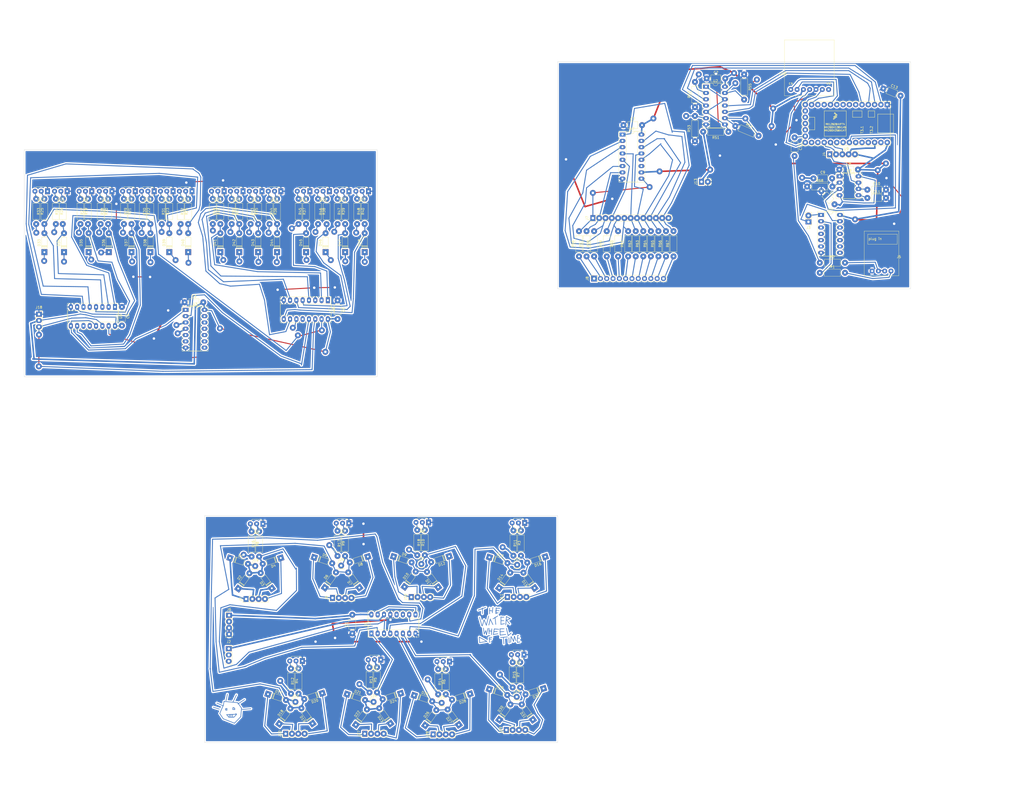
<source format=kicad_pcb>
(kicad_pcb (version 20211014) (generator pcbnew)
  (layers (0 "F.Cu" signal) (31 "B.Cu" signal) (34 "B.Paste" user) (35 "F.Paste" user) (36 "B.SilkS" user "B.Silkscreen") (37 "F.SilkS" user "F.Silkscreen") (38 "B.Mask" user) (39 "F.Mask" user) (44 "Edge.Cuts" user))
  (net 0 "")
  (net 1 "GND")
  (net 2 "+5V")
  (net 3 "hold_pot")
  (net 4 "Net-(C11-Pad1)")
  (net 5 "Net-(C12-Pad1)")
  (net 6 "teensy_audio_out")
  (net 7 "1_1")
  (net 8 "Net-(D1-Pad1)")
  (net 9 "1_2")
  (net 10 "Net-(D2-Pad1)")
  (net 11 "1_3")
  (net 12 "Net-(D3-Pad1)")
  (net 13 "1_4")
  (net 14 "Net-(D4-Pad1)")
  (net 15 "1_5")
  (net 16 "Net-(D5-Pad1)")
  (net 17 "1_6")
  (net 18 "Net-(D6-Pad1)")
  (net 19 "1_7")
  (net 20 "Net-(D7-Pad1)")
  (net 21 "1_8")
  (net 22 "Net-(D8-Pad1)")
  (net 23 "Net-(D9-Pad1)")
  (net 24 "Net-(D10-Pad1)")
  (net 25 "Net-(D11-Pad1)")
  (net 26 "Net-(D12-Pad1)")
  (net 27 "Net-(D13-Pad1)")
  (net 28 "Net-(D14-Pad1)")
  (net 29 "Net-(D15-Pad1)")
  (net 30 "Net-(D16-Pad1)")
  (net 31 "Net-(D17-Pad1)")
  (net 32 "Net-(D18-Pad1)")
  (net 33 "Net-(D19-Pad1)")
  (net 34 "Net-(D20-Pad1)")
  (net 35 "Net-(D21-Pad1)")
  (net 36 "Net-(D22-Pad1)")
  (net 37 "Net-(D23-Pad1)")
  (net 38 "Net-(D24-Pad1)")
  (net 39 "Net-(D25-Pad1)")
  (net 40 "Net-(D26-Pad1)")
  (net 41 "Net-(D27-Pad1)")
  (net 42 "Net-(D28-Pad1)")
  (net 43 "Net-(D29-Pad1)")
  (net 44 "Net-(D30-Pad1)")
  (net 45 "Net-(D31-Pad1)")
  (net 46 "Net-(D32-Pad1)")
  (net 47 "2_1")
  (net 48 "Net-(D33-Pad1)")
  (net 49 "2_2")
  (net 50 "Net-(D34-Pad1)")
  (net 51 "2_3")
  (net 52 "Net-(D35-Pad1)")
  (net 53 "2_4")
  (net 54 "Net-(D36-Pad1)")
  (net 55 "2_5")
  (net 56 "Net-(D37-Pad1)")
  (net 57 "2_6")
  (net 58 "Net-(D38-Pad1)")
  (net 59 "2_7")
  (net 60 "Net-(D39-Pad1)")
  (net 61 "2_8")
  (net 62 "Net-(D40-Pad1)")
  (net 63 "2_9")
  (net 64 "Net-(D41-Pad1)")
  (net 65 "2_10")
  (net 66 "Net-(D42-Pad1)")
  (net 67 "2_11")
  (net 68 "Net-(D43-Pad1)")
  (net 69 "2_12")
  (net 70 "Net-(D44-Pad1)")
  (net 71 "2_13")
  (net 72 "Net-(D45-Pad1)")
  (net 73 "2_14")
  (net 74 "Net-(D46-Pad1)")
  (net 75 "2_15")
  (net 76 "Net-(D47-Pad1)")
  (net 77 "2_16")
  (net 78 "Net-(D48-Pad1)")
  (net 79 "clock")
  (net 80 "volca_audio")
  (net 81 "+3V3")
  (net 82 "volca_gate_control")
  (net 83 "TT_Trig_long")
  (net 84 "HH_Trig_long")
  (net 85 "SD_trig_long")
  (net 86 "BD_Trig_long")
  (net 87 "synth_vol")
  (net 88 "drum_vol")
  (net 89 "LED1_8")
  (net 90 "LED1_7")
  (net 91 "LED1_6")
  (net 92 "LED1_5")
  (net 93 "LED1_4")
  (net 94 "LED1_3")
  (net 95 "LED1_2")
  (net 96 "LED1_1")
  (net 97 "LED2_16")
  (net 98 "LED2_15")
  (net 99 "LED2_14")
  (net 100 "LED2_13")
  (net 101 "LED2_12")
  (net 102 "LED2_11")
  (net 103 "LED2_10")
  (net 104 "LED2_9")
  (net 105 "LED2_8")
  (net 106 "LED2_7")
  (net 107 "LED2_6")
  (net 108 "LED2_5")
  (net 109 "LED2_4")
  (net 110 "LED2_3")
  (net 111 "LED2_2")
  (net 112 "LED2_1")
  (net 113 "LED_BIN_12")
  (net 114 "LED_BIN_11")
  (net 115 "LED_BIN_10")
  (net 116 "LED_BIN_9")
  (net 117 "LED_BIN_8")
  (net 118 "LED_BIN_7")
  (net 119 "LED_BIN_6")
  (net 120 "LED_BIN_5")
  (net 121 "LED_BIN_4")
  (net 122 "LED_BIN_3")
  (net 123 "LED_BIN_2")
  (net 124 "LED_BIN_1")
  (net 125 "selected_trig")
  (net 126 "Net-(Q1-Pad3)")
  (net 127 "Net-(Q2-Pad3)")
  (net 128 "Net-(Q3-Pad3)")
  (net 129 "Net-(Q4-Pad3)")
  (net 130 "Net-(Q5-Pad3)")
  (net 131 "Net-(Q6-Pad3)")
  (net 132 "Net-(Q7-Pad3)")
  (net 133 "Net-(Q8-Pad3)")
  (net 134 "Net-(Q9-Pad3)")
  (net 135 "Net-(Q10-Pad3)")
  (net 136 "Net-(Q11-Pad3)")
  (net 137 "Net-(Q12-Pad3)")
  (net 138 "Net-(Q13-Pad3)")
  (net 139 "Net-(Q14-Pad3)")
  (net 140 "Net-(Q15-Pad3)")
  (net 141 "Net-(Q16-Pad3)")
  (net 142 "Net-(Q17-Pad3)")
  (net 143 "Net-(Q18-Pad3)")
  (net 144 "Net-(Q19-Pad3)")
  (net 145 "Net-(Q20-Pad3)")
  (net 146 "Net-(Q21-Pad3)")
  (net 147 "Net-(Q22-Pad3)")
  (net 148 "Net-(Q23-Pad3)")
  (net 149 "Net-(Q24-Pad3)")
  (net 150 "volca_audio_gated")
  (net 151 "Net-(U1-Pad15)")
  (net 152 "Net-(U1-Pad12)")
  (net 153 "Net-(U1-Pad11)")
  (net 154 "TT_Trig_short")
  (net 155 "SD_trig_short")
  (net 156 "HH_Trig_short")
  (net 157 "BD_Trig_short")
  (net 158 "Net-(U3-Pad2)")
  (net 159 "Net-(U3-Pad1)")
  (net 160 "Net-(U5-Pad15)")
  (net 161 "Net-(U5-Pad12)")
  (net 162 "Net-(U5-Pad11)")
  (net 163 "Net-(U6-Pad12)")
  (net 164 "Net-(U7-Pad11)")
  (net 165 "ambient_trigger_to_teensy")
  (net 166 "CS")
  (net 167 "DOUT")
  (net 168 "DIN")
  (net 169 "Net-(C9-Pad2)")
  (net 170 "Net-(J5-PadR1)")
  (net 171 "Net-(J5-PadT)")
  (net 172 "Net-(Q1-Pad2)")
  (net 173 "Net-(Q2-Pad2)")
  (net 174 "Net-(Q3-Pad2)")
  (net 175 "Net-(Q4-Pad2)")
  (net 176 "Net-(Q5-Pad2)")
  (net 177 "Net-(Q6-Pad2)")
  (net 178 "Net-(Q7-Pad2)")
  (net 179 "Net-(Q8-Pad2)")
  (net 180 "Net-(Q9-Pad2)")
  (net 181 "Net-(Q10-Pad2)")
  (net 182 "Net-(Q11-Pad2)")
  (net 183 "Net-(Q12-Pad2)")
  (net 184 "Net-(Q13-Pad2)")
  (net 185 "Net-(Q14-Pad2)")
  (net 186 "Net-(Q15-Pad2)")
  (net 187 "Net-(Q16-Pad2)")
  (net 188 "Net-(Q17-Pad2)")
  (net 189 "Net-(Q18-Pad2)")
  (net 190 "Net-(Q19-Pad2)")
  (net 191 "Net-(Q20-Pad2)")
  (net 192 "Net-(Q21-Pad2)")
  (net 193 "Net-(Q22-Pad2)")
  (net 194 "Net-(Q23-Pad2)")
  (net 195 "Net-(Q24-Pad2)")
  (net 196 "Net-(R51-Pad1)")
  (net 197 "Net-(U9-Pad7)")
  (net 198 "Net-(U9-Pad8)")
  (net 199 "Net-(U9-Pad9)")
  (net 200 "Net-(U9-Pad11)")
  (net 201 "Net-(U9-Pad12)")
  (net 202 "Net-(U9-Pad32)")
  (net 203 "Net-(U9-Pad30)")
  (net 204 "Net-(U9-Pad29)")
  (net 205 "Net-(U9-Pad28)")
  (net 206 "Net-(U9-Pad26)")
  (net 207 "Net-(U9-Pad25)")
  (net 208 "Net-(U9-Pad22)")
  (net 209 "Net-(U9-Pad21)")
  (net 210 "Net-(U9-Pad15)")
  (net 211 "Net-(U9-Pad16)")
  (net 212 "Net-(U10-Pad4)")
  (net 213 "Net-(U9-Pad18)")
  (net 214 "Net-(U9-Pad17)")
  (net 215 "Net-(U10-Pad1)")
  (net 216 "sel_trig_inv")
  (net 217 "Net-(U9-Pad6)")
  (net 218 "Net-(J7-Pad12)")
  (net 219 "Net-(J7-Pad11)")
  (net 220 "Net-(J7-Pad10)")
  (net 221 "Net-(J7-Pad9)")
  (net 222 "Net-(J7-Pad8)")
  (net 223 "Net-(J7-Pad7)")
  (net 224 "Net-(J7-Pad6)")
  (net 225 "Net-(J7-Pad5)")
  (net 226 "Net-(J7-Pad4)")
  (net 227 "Net-(J7-Pad3)")
  (net 228 "Net-(J7-Pad2)")
  (net 229 "Net-(J7-Pad1)")
  (footprint "william_custom:C_Axial_L3.8mm_D2.6mm_P7.50mm_Horizontal_BIG" (layer "F.Cu") (at -8.033398 96.9264)
    (fp_text reference "C3")
    (fp_text value "100nf")
  )
  (footprint "william_custom:C_Axial_L3.8mm_D2.6mm_P7.50mm_Horizontal_BIG" (layer "F.Cu") (at -33.321216 98.811471 -90)
    (fp_text reference "C5")
    (fp_text value "100nf")
  )
  (footprint "william_custom:C_Axial_L3.8mm_D2.6mm_P7.50mm_Horizontal_BIG" (layer "F.Cu") (at 53.591895 96.180685 -90)
    (fp_text reference "C6")
    (fp_text value "100nf")
  )
  (footprint "william_custom:D_DO-35_SOD27_P7.62mm_Horizontal_BIG" (layer "F.Cu") (at 30.6832 199.9742 -162)
    (fp_text reference "D4")
    (fp_text value "1N4148")
  )
  (footprint "william_custom:D_DO-35_SOD27_P7.62mm_Horizontal_BIG" (layer "F.Cu") (at 56.642 76.708 90)
    (fp_text reference "D47")
    (fp_text value "1N4148")
  )
  (footprint "william_custom:D_DO-35_SOD27_P7.62mm_Horizontal_BIG" (layer "F.Cu") (at 64.516 76.708 90)
    (fp_text reference "D48")
    (fp_text value "1N4148")
  )
  (footprint "william_custom:PinSocket_1x03_P2.54mm_Vertical_BIG" (layer "F.Cu") (at 9.7282 236.4994)
    (fp_text reference "J2")
    (fp_text value "Conn_01x03_Female")
  )
  (footprint "william_custom:TO-92_Inline_Wide_BIG" (layer "F.Cu") (at 7.874 52.1716 180)
    (fp_text reference "Q23")
    (fp_text value "2N3904")
  )
  (footprint "william_custom:TO-92_Inline_Wide_BIG" (layer "F.Cu") (at -63.2968 52.1716 180)
    (fp_text reference "Q15")
    (fp_text value "2N3904")
  )
  (footprint "william_custom:TO-92_Inline_Wide_BIG" (layer "F.Cu") (at 15.494 52.1716 180)
    (fp_text reference "Q24")
    (fp_text value "2N3904")
  )
  (footprint "william_custom:TO-92_Inline_Wide_BIG" (layer "F.Cu") (at 23.114 52.1716 180)
    (fp_text reference "Q17")
    (fp_text value "2N3904")
  )
  (footprint "william_custom:TO-92_Inline_Wide_BIG" (layer "F.Cu") (at -45.466 52.1716 180)
    (fp_text reference "Q9")
    (fp_text value "2N3904")
  )
  (footprint "william_custom:TO-92_Inline_Wide_BIG" (layer "F.Cu") (at 30.734 52.1716 180)
    (fp_text reference "Q18")
    (fp_text value "2N3904")
  )
  (footprint "william_custom:TO-92_Inline_Wide_BIG" (layer "F.Cu") (at -37.338 52.1716 180)
    (fp_text reference "Q10")
    (fp_text value "2N3904")
  )
  (footprint "william_custom:TO-92_Inline_Wide_BIG" (layer "F.Cu") (at 42.418 52.1716 180)
    (fp_text reference "Q19")
    (fp_text value "2N3904")
  )
  (footprint "william_custom:TO-92_Inline_Wide_BIG" (layer "F.Cu") (at -27.94 52.1716 180)
    (fp_text reference "Q11")
    (fp_text value "2N3904")
  )
  (footprint "william_custom:TO-92_Inline_Wide_BIG" (layer "F.Cu") (at 50.292 52.1716 180)
    (fp_text reference "Q20")
    (fp_text value "2N3904")
  )
  (footprint "william_custom:TO-92_Inline_Wide_BIG" (layer "F.Cu") (at -20.32 52.1716 180)
    (fp_text reference "Q12")
    (fp_text value "2N3904")
  )
  (footprint "william_custom:TO-92_Inline_Wide_BIG" (layer "F.Cu") (at 58.166 52.1716 180)
    (fp_text reference "Q21")
    (fp_text value "2N3904")
  )
  (footprint "william_custom:TO-92_Inline_Wide_BIG" (layer "F.Cu") (at -12.7 52.1716 180)
    (fp_text reference "Q13")
    (fp_text value "2N3904")
  )
  (footprint "william_custom:TO-92_Inline_Wide_BIG" (layer "F.Cu") (at 66.04 52.1716 180)
    (fp_text reference "Q22")
    (fp_text value "2N3904")
  )
  (footprint "william_custom:TO-92_Inline_Wide_BIG" (layer "F.Cu") (at -5.08 52.1716 180)
    (fp_text reference "Q14")
    (fp_text value "2N3904")
  )
  (footprint "william_custom:R_Axial_DIN0207_L6.3mm_D2.5mm_P10.16mm_Horizontal_BIG" (layer "F.Cu") (at 3.302 55.2196 -90)
    (fp_text reference "R41")
    (fp_text value "1k")
  )
  (footprint "william_custom:R_Axial_DIN0207_L6.3mm_D2.5mm_P10.16mm_Horizontal_BIG" (layer "F.Cu") (at -67.8688 55.2196 -90)
    (fp_text reference "R25")
    (fp_text value "1k")
  )
  (footprint "william_custom:R_Axial_DIN0207_L6.3mm_D2.5mm_P10.16mm_Horizontal_BIG" (layer "F.Cu") (at 10.922 55.2196 -90)
    (fp_text reference "R42")
    (fp_text value "1k")
  )
  (footprint "william_custom:R_Axial_DIN0207_L6.3mm_D2.5mm_P10.16mm_Horizontal_BIG" (layer "F.Cu") (at 18.542 55.2196 -90)
    (fp_text reference "R35")
    (fp_text value "1k")
  )
  (footprint "william_custom:R_Axial_DIN0207_L6.3mm_D2.5mm_P10.16mm_Horizontal_BIG" (layer "F.Cu") (at 26.162 55.2196 -90)
    (fp_text reference "R36")
    (fp_text value "1k")
  )
  (footprint "william_custom:R_Axial_DIN0207_L6.3mm_D2.5mm_P10.16mm_Horizontal_BIG" (layer "F.Cu") (at -41.91 55.2196 -90)
    (fp_text reference "R20")
    (fp_text value "1k")
  )
  (footprint "william_custom:R_Axial_DIN0207_L6.3mm_D2.5mm_P10.16mm_Horizontal_BIG" (layer "F.Cu") (at 37.846 55.2196 -90)
    (fp_text reference "R37")
    (fp_text value "1k")
  )
  (footprint "william_custom:R_Axial_DIN0207_L6.3mm_D2.5mm_P10.16mm_Horizontal_BIG" (layer "F.Cu") (at -32.512 55.2196 -90)
    (fp_text reference "R21")
    (fp_text value "1k")
  )
  (footprint "william_custom:R_Axial_DIN0207_L6.3mm_D2.5mm_P10.16mm_Horizontal_BIG" (layer "F.Cu") (at 45.72 55.2196 -90)
    (fp_text reference "R38")
    (fp_text value "1k")
  )
  (footprint "william_custom:R_Axial_DIN0207_L6.3mm_D2.5mm_P10.16mm_Horizontal_BIG" (layer "F.Cu") (at -24.892 55.2196 -90)
    (fp_text reference "R22")
    (fp_text value "1k")
  )
  (footprint "william_custom:R_Axial_DIN0207_L6.3mm_D2.5mm_P10.16mm_Horizontal_BIG" (layer "F.Cu") (at 53.594 55.2196 -90)
    (fp_text reference "R39")
    (fp_text value "1k")
  )
  (footprint "william_custom:R_Axial_DIN0207_L6.3mm_D2.5mm_P10.16mm_Horizontal_BIG" (layer "F.Cu") (at -17.272 55.2196 -90)
    (fp_text reference "R23")
    (fp_text value "1k")
  )
  (footprint "william_custom:R_Axial_DIN0207_L6.3mm_D2.5mm_P10.16mm_Horizontal_BIG" (layer "F.Cu") (at 61.468 55.2196 -90)
    (fp_text reference "R40")
    (fp_text value "1k")
  )
  (footprint "william_custom:R_Axial_DIN0207_L6.3mm_D2.5mm_P10.16mm_Horizontal_BIG" (layer "F.Cu") (at -9.652 55.2196 -90)
    (fp_text reference "R24")
    (fp_text value "1k")
  )
  (footprint "Package_DIP:DIP-14_W7.62mm_Socket_LongPads" (layer "F.Cu") (at -7.645402 99.974398)
    (fp_text reference "U3")
    (fp_text value "4069")
  )
  (footprint "Package_DIP:DIP-16_W7.62mm_Socket_LongPads" (layer "F.Cu") (at -36.115221 98.811473 -90)
    (fp_text reference "U5")
    (fp_text value "4017")
  )
  (footprint "Package_DIP:DIP-16_W7.62mm_Socket_LongPads" (layer "F.Cu") (at 49.680294 96.079084 -90)
    (fp_text reference "U6")
    (fp_text value "4017")
  )
  (footprint "william_custom:R_Axial_DIN0207_L6.3mm_D2.5mm_P10.16mm_Horizontal_BIG" (layer "F.Cu") (at -38.862 65.3796 90)
    (fp_text reference "R28")
    (fp_text value "100k")
  )
  (footprint "william_custom:R_Axial_DIN0207_L6.3mm_D2.5mm_P10.16mm_Horizontal_BIG" (layer "F.Cu") (at -29.464 65.3796 90)
    (fp_text reference "R29")
    (fp_text value "100k")
  )
  (footprint "william_custom:R_Axial_DIN0207_L6.3mm_D2.5mm_P10.16mm_Horizontal_BIG" (layer "F.Cu") (at -21.844 65.3796 90)
    (fp_text reference "R30")
    (fp_text value "100k")
  )
  (footprint "william_custom:R_Axial_DIN0207_L6.3mm_D2.5mm_P10.16mm_Horizontal_BIG" (layer "F.Cu") (at -14.224 65.3796 90)
    (fp_text reference "R31")
    (fp_text value "100k")
  )
  (footprint "william_custom:R_Axial_DIN0207_L6.3mm_D2.5mm_P10.16mm_Horizontal_BIG" (layer "F.Cu") (at -6.604 65.3796 90)
    (fp_text reference "R32")
    (fp_text value "100k")
  )
  (footprint "william_custom:R_Axial_DIN0207_L6.3mm_D2.5mm_P10.16mm_Horizontal_BIG" (layer "F.Cu") (at 21.59 65.3796 90)
    (fp_text reference "R43")
    (fp_text value "100k")
  )
  (footprint "william_custom:R_Axial_DIN0207_L6.3mm_D2.5mm_P10.16mm_Horizontal_BIG" (layer "F.Cu") (at 29.21 65.3796 90)
    (fp_text reference "R44")
    (fp_text value "100k")
  )
  (footprint "william_custom:R_Axial_DIN0207_L6.3mm_D2.5mm_P10.16mm_Horizontal_BIG" (layer "F.Cu") (at 40.894 65.3796 90)
    (fp_text reference "R45")
    (fp_text value "100k")
  )
  (footprint "william_custom:R_Axial_DIN0207_L6.3mm_D2.5mm_P10.16mm_Horizontal_BIG" (layer "F.Cu") (at 49.1744 65.4304 90)
    (fp_text reference "R46")
    (fp_text value "100k")
  )
  (footprint "william_custom:R_Axial_DIN0207_L6.3mm_D2.5mm_P10.16mm_Horizontal_BIG" (layer "F.Cu") (at 56.642 65.3796 90)
    (fp_text reference "R47")
    (fp_text value "100k")
  )
  (footprint "william_custom:R_Axial_DIN0207_L6.3mm_D2.5mm_P10.16mm_Horizontal_BIG" (layer "F.Cu") (at 64.516 65.3796 90)
    (fp_text reference "R48")
    (fp_text value "100k")
  )
  (footprint "william_custom:R_Axial_DIN0207_L6.3mm_D2.5mm_P10.16mm_Horizontal_BIG" (layer "F.Cu") (at 6.35 65.3796 90)
    (fp_text reference "R49")
    (fp_text value "100k")
  )
  (footprint "william_custom:R_Axial_DIN0207_L6.3mm_D2.5mm_P10.16mm_Horizontal_BIG" (layer "F.Cu") (at 13.97 65.3796 90)
    (fp_text reference "R50")
    (fp_text value "100k")
  )
  (footprint "william_custom:R_Axial_DIN0207_L6.3mm_D2.5mm_P10.16mm_Horizontal_BIG" (layer "F.Cu") (at -64.5668 65.3796 90)
    (fp_text reference "R33")
    (fp_text value "100k")
  )
  (footprint "william_custom:R_Axial_DIN0207_L6.3mm_D2.5mm_P10.16mm_Horizontal_BIG" (layer "F.Cu") (at -46.99 65.3796 90)
    (fp_text reference "R27")
    (fp_text value "100k")
  )
  (footprint "william_custom:R_Axial_DIN0207_L6.3mm_D2.5mm_P10.16mm_Horizontal_BIG" (layer "F.Cu") (at -50.038 55.2196 -90)
    (fp_text reference "R19")
    (fp_text value "1k")
  )
  (footprint "william_custom:R_Axial_DIN0207_L6.3mm_D2.5mm_P10.16mm_Horizontal_BIG" (layer "F.Cu") (at 197.612 32.004 90)
    (fp_text reference "R53")
    (fp_text value "10k")
  )
  (footprint "william_custom:R_Axial_DIN0207_L6.3mm_D2.5mm_P10.16mm_Horizontal_BIG" (layer "F.Cu") (at 217.424 5.08 -90)
    (fp_text reference "R55")
    (fp_text value "10k")
  )
  (footprint "william_custom:R_Axial_DIN0207_L6.3mm_D2.5mm_P10.16mm_Horizontal_BIG" (layer "F.Cu") (at 197.612 18.288 90)
    (fp_text reference "R52")
    (fp_text value "10k")
  )
  (footprint "william_custom:R_Axial_DIN0207_L6.3mm_D2.5mm_P10.16mm_Horizontal_BIG" (layer "F.Cu") (at 211.074 28.194 180)
    (fp_text reference "R51")
    (fp_text value "4.7k")
  )
  (footprint "william_custom:R_Axial_DIN0207_L6.3mm_D2.5mm_P10.16mm_Horizontal_BIG" (layer "F.Cu") (at 242.824 50.292)
    (fp_text reference "R68")
    (fp_text value "10k")
  )
  (footprint "Package_DIP:DIP-14_W7.62mm_Socket_LongPads" (layer "F.Cu") (at 202.057 10.033)
    (fp_text reference "U2")
    (fp_text value "4081")
  )
  (footprint "william_custom:sparkfun_sd_card" (layer "F.Cu") (at 233.68 13.716 180)
    (fp_text reference "U10")
    (fp_text value "micro_sd")
  )
  (footprint "william_custom:Teensy30_31_32_LC_BIG" (layer "F.Cu") (at 258.572 24.892 180)
    (fp_text reference "U9")
    (fp_text value "Teensy3.2")
  )
  (footprint "Package_DIP:DIP-16_W7.62mm_Socket_LongPads" (layer "F.Cu") (at 168.402 29.337)
    (fp_text reference "U7")
    (fp_text value "4040")
  )
  (footprint "Package_DIP:DIP-8_W7.62mm_Socket_LongPads" (layer "F.Cu") (at 255.884001 46.17)
    (fp_text reference "U8")
    (fp_text value "555(NEW_layout)")
  )
  (footprint "Package_DIP:DIP-14_W7.62mm_Socket_LongPads" (layer "F.Cu") (at 248.412 61.722)
    (fp_text reference "U4")
    (fp_text value "4066")
  )
  (footprint "william_custom:C_Axial_L3.8mm_D2.6mm_P7.50mm_Horizontal_BIG" (layer "F.Cu") (at 267.074 51.562)
    (fp_text reference "C10")
    (fp_text value "100u")
  )
  (footprint "william_custom:C_Axial_L3.8mm_D2.6mm_P7.50mm_Horizontal_BIG" (layer "F.Cu") (at 237.744 30.48 -90)
    (fp_text reference "C12")
    (fp_text value "4.7u")
  )
  (footprint "william_custom:C_Axial_L3.8mm_D2.6mm_P7.50mm_Horizontal_BIG" (layer "F.Cu") (at 255.778 43.434)
    (fp_text reference "C8")
    (fp_text value "2.2u")
  )
  (footprint "william_custom:C_Axial_L3.8mm_D2.6mm_P7.50mm_Horizontal_BIG" (layer "F.Cu") (at 245.364 46.99)
    (fp_text reference "C9")
    (fp_text value "4.7u")
  )
  (footprint "william_custom:C_Axial_L3.8mm_D2.6mm_P7.50mm_Horizontal_BIG" (layer "F.Cu") (at 168.776 25.527)
    (fp_text reference "C7")
    (fp_text value "100nf")
  )
  (footprint "william_custom:C_Axial_L3.8mm_D2.6mm_P7.50mm_Horizontal_BIG" (layer "F.Cu") (at 273.5326 10.795 -22.5)
    (fp_text reference "C13")
    (fp_text value "0.1u")
  )
  (footprint "william_custom:C_Axial_L3.8mm_D2.6mm_P7.50mm_Horizontal_BIG" (layer "F.Cu") (at 267.074 54.864)
    (fp_text reference "C11")
    (fp_text value "0.1u")
  )
  (footprint "william_custom:C_Axial_L3.8mm_D2.6mm_P7.50mm_Horizontal_BIG" (layer "F.Cu") (at 202.311 6.731)
    (fp_text reference "C2")
    (fp_text value "100nf")
  )
  (footprint "william_custom:R_Axial_DIN0207_L6.3mm_D2.5mm_P10.16mm_Horizontal_BIG" (layer "F.Cu") (at 247.906 85.04)
    (fp_text reference "R1")
    (fp_text value "4.7k")
  )
  (footprint "william_custom:R_Axial_DIN0207_L6.3mm_D2.5mm_P10.16mm_Horizontal_BIG" (layer "F.Cu") (at 247.906 80.99)
    (fp_text reference "R2")
    (fp_text value "1k")
  )
  (footprint "william_custom:PinSocket_1x12_P2.54mm_Vertical_BIG" (layer "F.Cu") (at 156.972 87.376 90)
    (fp_text reference "J8")
    (fp_text value "Conn_01x12_Female")
  )
  (footprint "william_custom:sparkfun_headphone_jack" (layer "F.Cu") (at 272.796 79.248 180)
    (fp_text reference "J5")
    (fp_text value "AudioJack4")
  )
  (footprint "william_custom:PinHeader_1x04_P2.54mm_Vertical_BIG" (layer "F.Cu") (at 9.8552 223.0374)
    (fp_text reference "J6")
    (fp_text value "Conn_01x04_Female")
  )
  (footprint "william_custom:PinHeader_1x02_P2.54mm_Vertical_BIG" (layer "F.Cu") (at 243.332 64.516 180)
    (fp_text reference "J3")
    (fp_text value "Conn_01x02_Female")
  )
  (footprint "william_custom:R_Axial_DIN0207_L6.3mm_D2.5mm_P10.16mm_Horizontal_BIG" (layer "F.Cu") (at 150.876 78.4225 90)
    (fp_text reference "R56")
    (fp_text value "470")
  )
  (footprint "william_custom:R_Axial_DIN0207_L6.3mm_D2.5mm_P10.16mm_Horizontal_BIG" (layer "F.Cu") (at 162.051999 78.4225 90)
    (fp_text reference "R59")
    (fp_text value "470")
  )
  (footprint "william_custom:R_Axial_DIN0207_L6.3mm_D2.5mm_P10.16mm_Horizontal_BIG" (layer "F.Cu") (at 153.923999 78.422501 90)
    (fp_text reference "R57")
    (fp_text value "470")
  )
  (footprint "william_custom:R_Axial_DIN0207_L6.3mm_D2.5mm_P10.16mm_Horizontal_BIG" (layer "F.Cu") (at 156.972 78.4225 90)
    (fp_text reference "R58")
    (fp_text value "470")
  )
  (footprint "william_custom:R_Axial_DIN0207_L6.3mm_D2.5mm_P10.16mm_Horizontal_BIG" (layer "F.Cu") (at 166.624001 78.4225 90)
    (fp_text reference "R60")
    (fp_text value "470")
  )
  (footprint "william_custom:R_Axial_DIN0207_L6.3mm_D2.5mm_P10.16mm_Horizontal_BIG" (layer "F.Cu") (at 124.4346 188.8744 -90)
    (fp_text reference "R3")
    (fp_text value "1k")
  )
  (footprint "william_custom:R_Axial_DIN0207_L6.3mm_D2.5mm_P10.16mm_Horizontal_BIG" (layer "F.Cu") (at 34.8234 244.5004 -90)
    (fp_text reference "R4")
    (fp_text value "1k")
  )
  (footprint "william_custom:R_Axial_DIN0207_L6.3mm_D2.5mm_P10.16mm_Horizontal_BIG" (layer "F.Cu") (at 66.4464 243.9924 -90)
    (fp_text reference "R5")
    (fp_text value "1k")
  )
  (footprint "william_custom:R_Axial_DIN0207_L6.3mm_D2.5mm_P10.16mm_Horizontal_BIG" (layer "F.Cu") (at 94.1324 244.7544 -90)
    (fp_text reference "R6")
    (fp_text value "1k")
  )
  (footprint "william_custom:R_Axial_DIN0207_L6.3mm_D2.5mm_P10.16mm_Horizontal_BIG" (layer "F.Cu") (at 127.4826 199.0344 90)
    (fp_text reference "R11")
    (fp_text value "100k")
  )
  (footprint "william_custom:R_Axial_DIN0207_L6.3mm_D2.5mm_P10.16mm_Horizontal_BIG" (layer "F.Cu") (at 56.6166 199.1614 90)
    (fp_text reference "R17")
    (fp_text value "100k")
  )
  (footprint "william_custom:R_Axial_DIN0207_L6.3mm_D2.5mm_P10.16mm_Horizontal_BIG" (layer "F.Cu") (at 21.983701 199.4027 90)
    (fp_text reference "R16")
    (fp_text value "100k")
  )
  (footprint "william_custom:R_Axial_DIN0207_L6.3mm_D2.5mm_P10.16mm_Horizontal_BIG" (layer "F.Cu") (at 88.7476 198.8312 90)
    (fp_text reference "R18")
    (fp_text value "100k")
  )
  (footprint "william_custom:R_Axial_DIN0207_L6.3mm_D2.5mm_P10.16mm_Horizontal_BIG" (layer "F.Cu") (at 69.4944 254.1524 90)
    (fp_text reference "R13")
    (fp_text value "100k")
  )
  (footprint "william_custom:R_Axial_DIN0207_L6.3mm_D2.5mm_P10.16mm_Horizontal_BIG" (layer "F.Cu") (at 97.1804 254.9144 90)
    (fp_text reference "R14")
    (fp_text value "100k")
  )
  (footprint "william_custom:R_Axial_DIN0207_L6.3mm_D2.5mm_P10.16mm_Horizontal_BIG" (layer "F.Cu") (at 37.8714 254.6604 90)
    (fp_text reference "R12")
    (fp_text value "100k")
  )
  (footprint "william_custom:TO-92_Inline_Wide_BIG" (layer "F.Cu") (at 58.1406 185.9534 180)
    (fp_text reference "Q7")
    (fp_text value "2N3904")
  )
  (footprint "william_custom:TO-92_Inline_Wide_BIG" (layer "F.Cu") (at 90.2716 185.6232 180)
    (fp_text reference "Q8")
    (fp_text value "2N3904")
  )
  (footprint "william_custom:TO-92_Inline_Wide_BIG" (layer "F.Cu") (at 23.507701 186.194699 180)
    (fp_text reference "Q6")
    (fp_text value "2N3904")
  )
  (footprint "william_custom:D_DO-35_SOD27_P7.62mm_Horizontal_BIG" (layer "F.Cu") (at 132.977524 212.057109 126)
    (fp_text reference "D15")
    (fp_text value "1N4148")
  )
  (footprint "william_custom:D_DO-35_SOD27_P7.62mm_Horizontal_BIG" (layer "F.Cu") (at 118.761876 265.143109 54)
    (fp_text reference "D30")
    (fp_text value "1N4148")
  )
  (footprint "william_custom:D_DO-35_SOD27_P7.62mm_Horizontal_BIG" (layer "F.Cu") (at 13.567776 212.298409 54)
    (fp_text reference "D2")
    (fp_text value "1N4148")
  )
  (footprint "william_custom:D_DO-35_SOD27_P7.62mm_Horizontal_BIG" (layer "F.Cu") (at 10.228149 199.968991 -18)
    (fp_text reference "D1")
    (fp_text value "1N4148")
  )
  (footprint "william_custom:D_DO-35_SOD27_P7.62mm_Horizontal_BIG" (layer "F.Cu") (at 94.115524 211.726909 126)
    (fp_text reference "D11")
    (fp_text value "1N4148")
  )
  (footprint "william_custom:D_DO-35_SOD27_P7.62mm_Horizontal_BIG" (layer "F.Cu") (at 43.493324 266.667109 126)
    (fp_text reference "D19")
    (fp_text value "1N4148")
  )
  (footprint "william_custom:D_DO-35_SOD27_P7.62mm_Horizontal_BIG" (layer "F.Cu") (at 44.162549 199.727691 -18)
    (fp_text reference "D5")
    (fp_text value "1N4148")
  )
  (footprint "william_custom:D_DO-35_SOD27_P7.62mm_Horizontal_BIG" (layer "F.Cu") (at 98.534651 199.270491 -162)
    (fp_text reference "D12")
    (fp_text value "1N4148")
  )
  (footprint "william_custom:D_DO-35_SOD27_P7.62mm_Horizontal_BIG" (layer "F.Cu") (at 80.585676 211.599909 54)
    (fp_text reference "D10")
    (fp_text value "1N4148")
  )
  (footprint "william_custom:D_DO-35_SOD27_P7.62mm_Horizontal_BIG" (layer "F.Cu") (at 30.090476 266.794109 54)
    (fp_text reference "D18")
    (fp_text value "1N4148")
  )
  (footprint "william_custom:D_DO-35_SOD27_P7.62mm_Horizontal_BIG" (layer "F.Cu") (at 60.951476 267.175109 54)
    (fp_text reference "D22")
    (fp_text value "1N4148")
  )
  (footprint "william_custom:D_DO-35_SOD27_P7.62mm_Horizontal_BIG" (layer "F.Cu") (at 48.454676 211.930109 54)
    (fp_text reference "D6")
    (fp_text value "1N4148")
  )
  (footprint "william_custom:D_DO-35_SOD27_P7.62mm_Horizontal_BIG" (layer "F.Cu") (at 76.166549 199.397491 -18)
    (fp_text reference "D9")
    (fp_text value "1N4148")
  )
  (footprint "william_custom:D_DO-35_SOD27_P7.62mm_Horizontal_BIG" (layer "F.Cu") (at 88.891476 267.429109 54)
    (fp_text reference "D26")
    (fp_text value "1N4148")
  )
  (footprint "william_custom:D_DO-35_SOD27_P7.62mm_Horizontal_BIG" (layer "F.Cu") (at 132.291724 265.143109 126)
    (fp_text reference "D31")
    (fp_text value "1N4148")
  )
  (footprint "william_custom:D_DO-35_SOD27_P7.62mm_Horizontal_BIG" (layer "F.Cu") (at 114.723749 252.81369 -18)
    (fp_text reference "D29")
    (fp_text value "1N4148")
  )
  (footprint "william_custom:D_DO-35_SOD27_P7.62mm_Horizontal_BIG" (layer "F.Cu") (at 114.7826 199.6694 -18)
    (fp_text reference "D13")
    (fp_text value "1N4148")
  )
  (footprint "william_custom:D_DO-35_SOD27_P7.62mm_Horizontal_BIG" (layer "F.Cu") (at 25.544349 254.845691 -18)
    (fp_text reference "D17")
    (fp_text value "1N4148")
  )
  (footprint "william_custom:D_DO-35_SOD27_P7.62mm_Horizontal_BIG" (layer "F.Cu") (at 57.421349 254.845691 -18)
    (fp_text reference "D21")
    (fp_text value "1N4148")
  )
  (footprint "william_custom:D_DO-35_SOD27_P7.62mm_Horizontal_BIG" (layer "F.Cu") (at 118.685676 212.057109 54)
    (fp_text reference "D14")
    (fp_text value "1N4148")
  )
  (footprint "william_custom:D_DO-35_SOD27_P7.62mm_Horizontal_BIG" (layer "F.Cu") (at 62.365524 211.930109 126)
    (fp_text reference "D7")
    (fp_text value "1N4148")
  )
  (footprint "william_custom:D_DO-35_SOD27_P7.62mm_Horizontal_BIG" (layer "F.Cu") (at 74.862324 266.667109 126)
    (fp_text reference "D23")
    (fp_text value "1N4148")
  )
  (footprint "william_custom:D_DO-35_SOD27_P7.62mm_Horizontal_BIG" (layer "F.Cu") (at 65.7606 199.4154 -162)
    (fp_text reference "D8")
    (fp_text value "1N4148")
  )
  (footprint "william_custom:D_DO-35_SOD27_P7.62mm_Horizontal_BIG" (layer "F.Cu") (at 102.421324 267.175109 126)
    (fp_text reference "D27")
    (fp_text value "1N4148")
  )
  (footprint "william_custom:D_DO-35_SOD27_P7.62mm_Horizontal_BIG" (layer "F.Cu") (at 84.472349 255.353691 -18)
    (fp_text reference "D25")
    (fp_text value "1N4148")
  )
  (footprint "william_custom:R_Axial_DIN0207_L6.3mm_D2.5mm_P10.16mm_Horizontal_BIG" (layer "F.Cu") (at 53.5686 189.0014 -90)
    (fp_text reference "R9")
    (fp_text value "1k")
  )
  (footprint "william_custom:R_Axial_DIN0207_L6.3mm_D2.5mm_P10.16mm_Horizontal_BIG" (layer "F.Cu") (at 85.6996 188.6712 -90)
    (fp_text reference "R10")
    (fp_text value "1k")
  )
  (footprint "william_custom:TO-92_Inline_Wide_BIG" (layer "F.Cu") (at 128.7018 238.9124 180)
    (fp_text reference "Q5")
    (fp_text value "2N3904")
  )
  (footprint "william_custom:R_Axial_DIN0207_L6.3mm_D2.5mm_P10.16mm_Horizontal_BIG" (layer "F.Cu") (at 18.935698 189.2427 -90)
    (fp_text reference "R8")
    (fp_text value "1k")
  )
  (footprint "william_custom:D_DO-35_SOD27_P7.62mm_Horizontal_BIG" (layer "F.Cu") (at 137.269651 199.47369 -162)
    (fp_text reference "D16")
    (fp_text value "1N4148")
  )
  (footprint "william_custom:D_DO-35_SOD27_P7.62mm_Horizontal_BIG" (layer "F.Cu") (at 47.404451 254.46469 -162)
    (fp_text reference "D20")
    (fp_text value "1N4148")
  )
  (footprint "william_custom:D_DO-35_SOD27_P7.62mm_Horizontal_BIG" (layer "F.Cu") (at 79.0194 254.5334 -162)
    (fp_text reference "D24")
    (fp_text value "1N4148")
  )
  (footprint "william_custom:D_DO-35_SOD27_P7.62mm_Horizontal_BIG" (layer "F.Cu") (at 106.967451 254.71869 -162)
    (fp_text reference "D28")
    (fp_text value "1N4148")
  )
  (footprint "william_custom:D_DO-35_SOD27_P7.62mm_Horizontal_BIG" (layer "F.Cu") (at 136.58385 252.559691 -162)
    (fp_text reference "D32")
    (fp_text value "1N4148")
  )
  (footprint "william_custom:TO-92_Inline_Wide_BIG" (layer "F.Cu") (at 129.0066 185.8264 180)
    (fp_text reference "Q1")
    (fp_text value "2N3904")
  )
  (footprint "william_custom:TO-92_Inline_Wide_BIG" (layer "F.Cu") (at 39.3954 241.4524 180)
    (fp_text reference "Q2")
    (fp_text value "2N3904")
  )
  (footprint "william_custom:TO-92_Inline_Wide_BIG" (layer "F.Cu") (at 71.0184 240.9444 180)
    (fp_text reference "Q3")
    (fp_text value "2N3904")
  )
  (footprint "william_custom:TO-92_Inline_Wide_BIG" (layer "F.Cu") (at 98.7044 241.7064 180)
    (fp_text reference "Q4")
    (fp_text value "2N3904")
  )
  (footprint "william_custom:PinHeader_1x13_P2.54mm_Vertical_BIG" (layer "F.Cu") (at 156.464 62.991999 90)
    (fp_text reference "J7")
    (fp_text value "Conn_01x13_Female")
  )
  (footprint "william_custom:R_Axial_DIN0207_L6.3mm_D2.5mm_P10.16mm_Horizontal_BIG" (layer "F.Cu") (at 188.976 78.4225 90)
    (fp_text reference "R67")
    (fp_text value "470")
  )
  (footprint "william_custom:R_Axial_DIN0207_L6.3mm_D2.5mm_P10.16mm_Horizontal_BIG" (layer "F.Cu") (at 179.832001 78.422501 90)
    (fp_text reference "R64")
    (fp_text value "470")
  )
  (footprint "william_custom:R_Axial_DIN0207_L6.3mm_D2.5mm_P10.16mm_Horizontal_BIG" (layer "F.Cu") (at 170.687999 78.422499 90)
    (fp_text reference "R61")
    (fp_text value "470")
  )
  (footprint "william_custom:R_Axial_DIN0207_L6.3mm_D2.5mm_P10.16mm_Horizontal_BIG" (layer "F.Cu") (at 176.784 78.4225 90)
    (fp_text reference "R63")
    (fp_text value "470")
  )
  (footprint "william_custom:R_Axial_DIN0207_L6.3mm_D2.5mm_P10.16mm_Horizontal_BIG" (layer "F.Cu") (at 173.736 78.4225 90)
    (fp_text reference "R62")
    (fp_text value "470")
  )
  (footprint "william_custom:R_Axial_DIN0207_L6.3mm_D2.5mm_P10.16mm_Horizontal_BIG" (layer "F.Cu") (at 185.928 78.422501 90)
    (fp_text reference "R66")
    (fp_text value "470")
  )
  (footprint "william_custom:R_Axial_DIN0207_L6.3mm_D2.5mm_P10.16mm_Horizontal_BIG" (layer "F.Cu") (at 182.88 78.422502 90)
    (fp_text reference "R65")
    (fp_text value "470")
  )
  (footprint "william_custom:R_Axial_DIN0207_L6.3mm_D2.5mm_P10.16mm_Horizontal_BIG" (layer "F.Cu") (at 213.868 25.908 -22.5)
    (fp_text reference "R54")
    (fp_text value "10k")
  )
  (footprint "william_custom:C_Axial_L3.8mm_D2.6mm_P7.50mm_Horizontal_BIG" (layer "F.Cu") (at 248.5443 52.126099 -45)
    (fp_text reference "C4")
    (fp_text value "100nf")
  )
  (footprint "william_custom:PinHeader_1x05_P2.54mm_Vertical_BIG" (layer "F.Cu") (at 251.9172 37.2872 90)
    (fp_text reference "J4")
    (fp_text value "Conn_01x05_Female")
  )
  (footprint "william_custom:PinHeader_1x02_P2.54mm_Vertical_BIG" (layer "F.Cu") (at 200.2282 48.3616 90)
    (fp_text reference "J13")
    (fp_text value "Conn_01x02_Female")
  )
  (footprint "william_custom:PinHeader_1x01_P2.54mm_Vertical_BIG" (layer "F.Cu") (at 20.3962 203.2127)
    (fp_text reference "J19")
    (fp_text value "Conn_01x01_Female")
  )
  (footprint "william_custom:PinHeader_1x01_P2.54mm_Vertical_BIG" (layer "F.Cu") (at 55.0291 203.0349)
    (fp_text reference "J20")
    (fp_text value "Conn_01x01_Female")
  )
  (footprint "william_custom:PinHeader_1x01_P2.54mm_Vertical_BIG" (layer "F.Cu") (at 87.3506 202.3872)
    (fp_text reference "J21")
    (fp_text value "Conn_01x01_Female")
  )
  (footprint "william_custom:PinHeader_1x01_P2.54mm_Vertical_BIG" (layer "F.Cu") (at 125.9586 202.7174)
    (fp_text reference "J22")
    (fp_text value "Conn_01x01_Female")
  )
  (footprint "william_custom:PinHeader_1x01_P2.54mm_Vertical_BIG" (layer "F.Cu") (at 36.6014 257.9624)
    (fp_text reference "J23")
    (fp_text value "Conn_01x01_Female")
  )
  (footprint "william_custom:PinHeader_1x01_P2.54mm_Vertical_BIG" (layer "F.Cu") (at 68.0974 257.9624)
    (fp_text reference "J24")
    (fp_text value "Conn_01x01_Female")
  )
  (footprint "william_custom:PinHeader_1x01_P2.54mm_Vertical_BIG" (layer "F.Cu") (at 95.5294 258.3434)
    (fp_text reference "J25")
    (fp_text value "Conn_01x01_Female")
  )
  (footprint "william_custom:PinHeader_1x01_P2.54mm_Vertical_BIG" (layer "F.Cu") (at 125.7808 255.9304)
    (fp_text reference "J26")
    (fp_text value "Conn_01x01_Female")
  )
  (footprint "william_custom:D_DO-35_SOD27_P7.62mm_Horizontal_BIG" (layer "F.Cu") (at 27.097624 212.171409 126)
    (fp_text reference "D3")
    (fp_text value "1N4148")
  )
  (footprint "Package_DIP:DIP-16_W7.62mm_Socket_LongPads" (layer "F.Cu") (at 67.2084 230.378 90)
    (fp_text reference "U1")
    (fp_text value "4017")
  )
  (footprint "william_custom:C_Axial_L3.8mm_D2.6mm_P7.50mm_Horizontal_BIG" (layer "F.Cu") (at 59.5376 230.3596 90)
    (fp_text reference "C1")
    (fp_text value "100nf")
  )
  (footprint "william_custom:R_Axial_DIN0207_L6.3mm_D2.5mm_P10.16mm_Horizontal_BIG" (layer "F.Cu") (at 124.1298 241.9604 -90)
    (fp_text reference "R7")
    (fp_text value "1k")
  )
  (footprint "william_custom:R_Axial_DIN0207_L6.3mm_D2.5mm_P10.16mm_Horizontal_BIG" (layer "F.Cu") (at 127.1778 252.1204 90)
    (fp_text reference "R15")
    (fp_text value "100k")
  )
  (footprint "william_custom:PinHeader_1x04_P2.54mm_Vertical_BIG" (layer "F.Cu") (at 16.713198 216.484201 90)
    (fp_text reference "J1")
    (fp_text value "Conn_01x04_Female")
  )
  (footprint "william_custom:PinHeader_1x04_P2.54mm_Vertical_BIG" (layer "F.Cu") (at 51.5366 216.0524 90)
    (fp_text reference "J9")
    (fp_text value "Conn_01x04_Female")
  )
  (footprint "william_custom:PinHeader_1x04_P2.54mm_Vertical_BIG" (layer "F.Cu") (at 83.2866 215.7222 90)
    (fp_text reference "J10")
    (fp_text value "Conn_01x04_Female")
  )
  (footprint "william_custom:PinHeader_1x04_P2.54mm_Vertical_BIG" (layer "F.Cu") (at 122.0216 215.6714 90)
    (fp_text reference "J11")
    (fp_text value "Conn_01x04_Female")
  )
  (footprint "william_custom:PinHeader_1x04_P2.54mm_Vertical_BIG" (layer "F.Cu") (at 32.6644 270.7894 90)
    (fp_text reference "J12")
    (fp_text value "Conn_01x04_Female")
  )
  (footprint "william_custom:PinHeader_1x04_P2.54mm_Vertical_BIG" (layer "F.Cu") (at 64.5414 270.7894 90)
    (fp_text reference "J27")
    (fp_text value "Conn_01x04_Female")
  )
  (footprint "william_custom:PinHeader_1x04_P2.54mm_Vertical_BIG" (layer "F.Cu") (at 92.1004 271.0434 90)
    (fp_text reference "J28")
    (fp_text value "Conn_01x04_Female")
  )
  (footprint "william_custom:PinHeader_1x04_P2.54mm_Vertical_BIG" (layer "F.Cu") (at 121.5898 269.265401 90)
    (fp_text reference "J29")
    (fp_text value "Conn_01x04_Female")
  )
  (footprint "william_custom:D_DO-35_SOD27_P7.62mm_Horizontal_BIG" (layer "F.Cu") (at 13.97 76.708 90)
    (fp_text reference "D42")
    (fp_text value "1N4148")
  )
  (footprint "william_custom:D_DO-35_SOD27_P7.62mm_Horizontal_BIG" (layer "F.Cu") (at 29.21 76.708 90)
    (fp_text reference "D44")
    (fp_text value "1N4148")
  )
  (footprint "william_custom:D_DO-35_SOD27_P7.62mm_Horizontal_BIG" (layer "F.Cu") (at 48.768 76.708 90)
    (fp_text reference "D46")
    (fp_text value "1N4148")
  )
  (footprint "william_custom:D_DO-35_SOD27_P7.62mm_Horizontal_BIG" (layer "F.Cu") (at -21.844 76.708 90)
    (fp_text reference "D38")
    (fp_text value "1N4148")
  )
  (footprint "william_custom:D_DO-35_SOD27_P7.62mm_Horizontal_BIG" (layer "F.Cu") (at -46.736 76.708 90)
    (fp_text reference "D35")
    (fp_text value "1N4148")
  )
  (footprint "william_custom:D_DO-35_SOD27_P7.62mm_Horizontal_BIG" (layer "F.Cu") (at -14.224 76.708 90)
    (fp_text reference "D39")
    (fp_text value "1N4148")
  )
  (footprint "william_custom:D_DO-35_SOD27_P7.62mm_Horizontal_BIG" (layer "F.Cu") (at -29.464 76.708 90)
    (fp_text reference "D37")
    (fp_text value "1N4148")
  )
  (footprint "william_custom:D_DO-35_SOD27_P7.62mm_Horizontal_BIG" (layer "F.Cu") (at 6.35 76.708 90)
    (fp_text reference "D41")
    (fp_text value "1N4148")
  )
  (footprint "william_custom:D_DO-35_SOD27_P7.62mm_Horizontal_BIG" (layer "F.Cu") (at 40.894 76.708 90)
    (fp_text reference "D45")
    (fp_text value "1N4148")
  )
  (footprint "william_custom:D_DO-35_SOD27_P7.62mm_Horizontal_BIG" (layer "F.Cu") (at -38.608 76.708 90)
    (fp_text reference "D36")
    (fp_text value "1N4148")
  )
  (footprint "william_custom:D_DO-35_SOD27_P7.62mm_Horizontal_BIG" (layer "F.Cu") (at -6.604 76.708 90)
    (fp_text reference "D40")
    (fp_text value "1N4148")
  )
  (footprint "william_custom:D_DO-35_SOD27_P7.62mm_Horizontal_BIG" (layer "F.Cu") (at 21.59 76.708 90)
    (fp_text reference "D43")
    (fp_text value "1N4148")
  )
  (footprint "william_custom:D_DO-35_SOD27_P7.62mm_Horizontal_BIG" (layer "F.Cu") (at -64.5668 76.708 90)
    (fp_text reference "D33")
    (fp_text value "1N4148")
  )
  (footprint "william_custom:D_DO-35_SOD27_P7.62mm_Horizontal_BIG" (layer "F.Cu") (at -56.642 76.708 90)
    (fp_text reference "D34")
    (fp_text value "1N4148")
  )
  (footprint "william_custom:TO-92_Inline_Wide_BIG" (layer "F.Cu") (at -55.372 52.1716 180)
    (fp_text reference "Q16")
    (fp_text value "2N3904")
  )
  (footprint "william_custom:R_Axial_DIN0207_L6.3mm_D2.5mm_P10.16mm_Horizontal_BIG" (layer "F.Cu") (at -59.944 55.2196 -90)
    (fp_text reference "R26")
    (fp_text value "1k")
  )
  (footprint "william_custom:R_Axial_DIN0207_L6.3mm_D2.5mm_P10.16mm_Horizontal_BIG" (layer "F.Cu") (at -57.15 65.3796 90)
    (fp_text reference "R34")
    (fp_text value "100k")
  )
  (footprint "william_custom:PinSocket_1x03_P2.54mm_Vertical_BIG" (layer "F.Cu") (at -66.7512 101.727)
    (fp_text reference "J18")
    (fp_text value "Conn_01x03_Female")
  )
  (gr_line (start 284.48 0) (end 142.24 0) (layer "Edge.Cuts") (width 0.1))
  (gr_line (start 142.24 182.88) (end 0 182.88) (layer "Edge.Cuts") (width 0.1))
  (gr_line (start 69.5452 35.4584) (end -72.6948 35.4584) (layer "Edge.Cuts") (width 0.1))
  (gr_line (start -72.6948 126.8984) (end 69.5452 126.8984) (layer "Edge.Cuts") (width 0.1))
  (gr_line (start 142.24 91.44) (end 284.48 91.44) (layer "Edge.Cuts") (width 0.1))
  (gr_line (start 142.24 274.32) (end 142.24 182.88) (layer "Edge.Cuts") (width 0.1))
  (gr_line (start 0 182.88) (end 0 274.32) (layer "Edge.Cuts") (width 0.1))
  (gr_line (start 284.48 91.44) (end 284.48 0) (layer "Edge.Cuts") (width 0.1))
  (gr_line (start 0 274.32) (end 142.24 274.32) (layer "Edge.Cuts") (width 0.1))
  (gr_line (start -72.6948 35.4584) (end -72.6948 126.8984) (layer "Edge.Cuts") (width 0.1))
  (gr_line (start 69.5452 126.8984) (end 69.5452 35.4584) (layer "Edge.Cuts") (width 0.1))
  (gr_line (start 142.24 0) (end 142.24 91.44) (layer "Edge.Cuts") (width 0.1))
  (segment (start 7.460649 259.530249) (end 4.9276 258.4196) (width 0.254) (layer "B.Cu") (net 0))
  (segment (start 112.6236 224.8408) (end 113.538 227.076) (width 0.254) (layer "B.Cu") (net 0))
  (segment (start 114.8588 221.1324) (end 114.8588 222.4532) (width 0.254) (layer "B.Cu") (net 0))
  (segment (start 119.4308 223.8248) (end 119.4308 226.7204) (width 0.254) (layer "B.Cu") (net 0))
  (segment (start 124.5108 233.5784) (end 124.8664 231.4956) (width 0.254) (layer "B.Cu") (net 0))
  (segment (start 114.6556 232.1052) (end 115.7732 231.9528) (width 0.254) (layer "B.Cu") (net 0))
  (segment (start 114.6556 232.1052) (end 114.741325 232.648125) (width 0.254) (layer "B.Cu") (net 0))
  (segment (start 8.9916 260.604) (end 8.9916 261.3152) (width 0.254) (layer "B.Cu") (net 0))
  (segment (start 114.8588 220.1672) (end 114.8588 221.1324) (width 0.254) (layer "B.Cu") (net 0))
  (segment (start 115.7224 228.4984) (end 115.68176 229.45344) (width 0.254) (layer "B.Cu") (net 0))
  (segment (start 110.2868 220.98) (end 111.513434 220.530234) (width 0.254) (layer "B.Cu") (net 0))
  (segment (start 116.2304 224.4852) (end 117.044893 223.978893) (width 0.254) (layer "B.Cu") (net 0))
  (segment (start 113.5888 230.886) (end 114.1984 228.2952) (width 0.254) (layer "B.Cu") (net 0))
  (segment (start 121.529099 225.110299) (end 121.545243 224.821643) (width 0.254) (layer "B.Cu") (net 0))
  (segment (start 110.6932 231.8512) (end 110.8456 234.0864) (width 0.254) (layer "B.Cu") (net 0))
  (segment (start 8.4836 261.2136) (end 8.4328 260.7056) (width 0.254) (layer "B.Cu") (net 0))
  (segment (start 115.68176 229.45344) (end 115.6208 230.886) (width 0.254) (layer "B.Cu") (net 0))
  (segment (start 7.460649 259.530249) (end 6.096 262.636) (width 0.254) (layer "B.Cu") (net 0))
  (segment (start 124.8664 231.4956) (end 125.5268 233.3752) (width 0.254) (layer "B.Cu") (net 0))
  (segment (start 117.5004 220.0148) (end 117.495983 220.222417) (width 0.254) (layer "B.Cu") (net 0))
  (segment (start 119.0752 228.4984) (end 119.099105 229.693695) (width 0.254) (layer "B.Cu") (net 0))
  (segment (start 126.0856 231.2416) (end 126.0856 232.2576) (width 0.254) (layer "B.Cu") (net 0))
  (segment (start 121.6152 223.5708) (end 123.19 224.3836) (width 0.254) (layer "B.Cu") (net 0))
  (segment (start 126.0856 231.2416) (end 126.6444 231.2924) (width 0.254) (layer "B.Cu") (net 0))
  (segment (start 117.495983 220.222417) (end 119.0752 220.218) (width 0.254) (layer "B.Cu") (net 0))
  (segment (start 12.0396 261.0612) (end 11.3284 260.9596) (width 0.254) (layer "B.Cu") (net 0))
  (segment (start 114.741325 232.648125) (end 115.57 232.7148) (width 0.254) (layer "B.Cu") (net 0))
  (segment (start 113.3348 219.8624) (end 111.513434 220.530234) (width 0.254) (layer "B.Cu") (net 0))
  (segment (start 12.7 262.7376) (end 12.8524 262.9916) (width 0.254) (layer "B.Cu") (net 0))
  (segment (start 110.744 223.774) (end 111.76 227.33) (width 0.254) (layer "B.Cu") (net 0))
  (segment (start 12.5476 262.8392) (end 12.7 262.7376) (width 0.254) (layer "B.Cu") (net 0))
  (segment (start 13.3604 258.2672) (end 7.8232 257.7592) (width 0.254) (layer "B.Cu") (net 0))
  (segment (start 11.4808 260.1976) (end 12.0396 260.4516) (width 0.254) (layer "B.Cu") (net 0))
  (segment (start 119.5832 225.1964) (end 120.5992 225.1964) (width 0.254) (layer "B.Cu") (net 0))
  (segment (start 5.9436 260.858) (end 3.5052 260.096) (width 0.254) (layer "B.Cu") (net 0))
  (segment (start 111.9124 227.33) (end 112.6236 224.8408) (width 0.254) (layer "B.Cu") (net 0))
  (segment (start 6.096 262.636) (end 7.5184 264.7696) (width 0.254) (layer "B.Cu") (net 0))
  (segment (start 11.226638 262.991438) (end 12.443637 262.938437) (width 0.254) (layer "B.Cu") (net 0))
  (segment (start 114.6556 230.5304) (end 114.6556 229.362) (width 0.254) (layer "B.Cu") (net 0))
  (segment (start 114.741325 232.648125) (end 114.9604 234.0356) (width 0.254) (layer "B.Cu") (net 0))
  (segment (start 8.89 263.0932) (end 9.8044 264.16) (width 0.254) (layer "B.Cu") (net 0))
  (segment (start 9.8044 264.16) (end 11.7856 264.16) (width 0.254) (layer "B.Cu") (net 0))
  (segment (start 113.7412 233.5784) (end 110.6932 231.8512) (width 0.254) (layer "B.Cu") (net 0))
  (segment (start 113.538 227.076) (end 114.4524 223.3676) (width 0.254) (layer "B.Cu") (net 0))
  (segment (start 12.0396 266.5476) (end 14.5796 263.906) (width 0.254) (layer "B.Cu") (net 0))
  (segment (start 122.7328 234.188) (end 122.6312 232.156) (width 0.254) (layer "B.Cu") (net 0))
  (segment (start 119.4308 223.8248) (end 120.5992 223.8248) (width 0.254) (layer "B.Cu") (net 0))
  (segment (start 119.099105 229.693695) (end 119.126 231.0384) (width 0.254) (layer "B.Cu") (net 0))
  (segment (start 117.348 221.0308) (end 118.7196 221.234) (width 0.254) (layer "B.Cu") (net 0))
  (segment (start 13.4112 258.7752) (end 16.1036 256.9972) (width 0.254) (layer "B.Cu") (net 0))
  (segment (start 7.5692 259.2832) (end 7.460649 259.530249) (width 0.254) (layer "B.Cu") (net 0))
  (segment (start 12.443637 262.938437) (end 12.5476 262.8392) (width 0.254) (layer "B.Cu") (net 0))
  (segment (start 8.636 257.4544) (end 9.1948 254.8636) (width 0.254) (layer "B.Cu") (net 0))
  (segment (start 10.005376 263.044624) (end 10.0076 264.0076) (width 0.254) (layer "B.Cu") (net 0))
  (segment (start 116.574277 229.604277) (end 117.9068 229.616) (width 0.254) (layer "B.Cu") (net 0))
  (segment (start 123.19 224.3836) (end 121.529099 225.110299) (width 0.254) (layer "B.Cu") (net 0))
  (segment (start 123.5456 231.5972) (end 124.5108 233.5784) (width 0.254) (layer "B.Cu") (net 0))
  (segment (start 14.8844 260.5024) (end 13.3604 258.2672) (width 0.254) (layer "B.Cu") (net 0))
  (segment (start 11.226638 262.991438) (end 11.3284 264.0076) (width 0.254) (layer "B.Cu") (net 0))
  (segment (start 120.413518 231.919518) (end 120.5992 234.5944) (width 0.254) (layer "B.Cu") (net 0))
  (segment (start 121.6152 228.2444) (end 122.3264 231.2416) (width 0.254) (layer "B.Cu") (net 0))
  (segment (start 12.0396 260.4516) (end 12.192 260.858) (width 0.254) (layer "B.Cu") (net 0))
  (segment (start 11.7856 264.16) (end 12.5476 263.3472) (width 0.254) (layer "B.Cu") (net 0))
  (segment (start 116.1796 219.8624) (end 115.9256 222.0468) (width 0.254) (layer "B.Cu") (net 0))
  (segment (start 116.7384 228.5492) (end 116.574277 229.604277) (width 0.254) (layer "B.Cu") (net 0))
  (segment (start 11.3284 260.9596) (end 11.4808 260.1976) (width 0.254) (layer "B.Cu") (net 0))
  (segment (start 10.005376 263.044624) (end 10.58962 263.01918) (width 0.254) (layer "B.Cu") (net 0))
  (segment (start 10.58962 263.01918) (end 11.226638 262.991438) (width 0.254) (layer "B.Cu") (net 0))
  (segment (start 8.4836 261.2136) (end 8.9916 261.3152) (width 0.254) (layer "B.Cu") (net 0))
  (segment (start 119.126 231.0384) (end 121.3612 230.7844) (width 0.254) (layer "B.Cu") (net 0))
  (segment (start 114.6556 229.362) (end 114.6556 228.346) (width 0.254) (layer "B.Cu") (net 0))
  (segment (start 117.454891 222.153691) (end 118.3132 222.0468) (width 0.254) (layer "B.Cu") (net 0))
  (segment (start 10.58962 263.01918) (end 10.6172 264.0076) (width 0.254) (layer "B.Cu") (net 0))
  (segment (start 12.5476 263.3472) (end 12.8524 262.9916) (width 0.254) (layer "B.Cu") (net 0))
  (segment (start 117.4496 222.4024) (end 117.348 221.0308) (width 0.254) (layer "B.Cu") (net 0))
  (segment (start 126.0856 232.2576) (end 126.8984 232.3084) (width 0.254) (layer "B.Cu") (net 0))
  (segment (start 112.3696 228.1936) (end 112.6744 230.632) (width 0.254) (layer "B.Cu") (net 0))
  (segment (start 110.8456 234.0864) (end 113.7412 233.5784) (width 0.254) (layer "B.Cu") (net 0))
  (segment (start 7.5184 264.7696) (end 12.0396 266.5476) (width 0.254) (layer "B.Cu") (net 0))
  (segment (start 7.5692 259.2832) (end 7.8232 257.7592) (width 0.254) (layer "B.Cu") (net 0))
  (segment (start 119.2784 232.0036) (end 120.413518 231.919518) (width 0.254) (layer "B.Cu") (net 0))
  (segment (start 113.284 229.2604) (end 113.5888 230.886) (width 0.254) (layer "B.Cu") (net 0))
  (segment (start 119.4308 223.6724) (end 119.4308 223.8248) (width 0.254) (layer "B.Cu") (net 0))
  (segment (start 121.529099 225.110299) (end 121.3612 226.9236) (width 0.254) (layer "B.Cu") (net 0))
  (segment (start 114.554 226.9744) (end 115.1128 224.5868) (width 0.254) (layer "B.Cu") (net 0))
  (segment (start 116.7384 228.5492) (end 118.5164 228.7016) (width 0.254) (layer "B.Cu") (net 0))
  (segment (start 114.6556 229.362) (end 115.68176 229.45344) (width 0.254) (layer "B.Cu") (net 0))
  (segment (start 117.044893 223.978893) (end 118.11 223.3168) (width 0.254) (layer "B.Cu") (net 0))
  (segment (start 112.6744 230.632) (end 113.284 229.2604) (width 0.254) (layer "B.Cu") (net 0))
  (segment (start 116.574277 229.604277) (end 116.3828 230.8352) (width 0.254) (layer "B.Cu") (net 0))
  (segment (start 119.099105 229.693695) (end 120.65 229.5652) (width 0.254) (layer "B.Cu") (net 0))
  (segment (start 119.4308 226.7204) (end 120.8532 226.4156) (width 0.254) (layer "B.Cu") (net 0))
  (segment (start 12.192 260.858) (end 12.0396 261.0612) (width 0.254) (layer "B.Cu") (net 0))
  (segment (start 117.454891 222.153691) (end 117.4496 222.4024) (width 0.254) (layer "B.Cu") (net 0))
  (segment (start 126.0856 232.2576) (end 126.0856 233.9848) (width 0.254) (layer "B.Cu") (net 0))
  (segment (start 116.3828 230.8352) (end 118.1608 230.4796) (width 0.254) (layer "B.Cu") (net 0))
  (segment (start 119.0752 228.4984) (end 120.7008 228.4984) (width 0.254) (layer "B.Cu") (net 0))
  (segment (start 123.444 231.8004) (end 123.3424 233.9848) (width 0.254) (layer "B.Cu") (net 0))
  (segment (start 11.4808 257.9624) (end 12.8524 255.1176) (width 0.254) (layer "B.Cu") (net 0))
  (segment (start 121.545243 224.821643) (end 121.6152 223.5708) (width 0.254) (layer "B.Cu") (net 0))
  (segment (start 114.8588 221.1324) (end 115.8748 221.2848) (width 0.254) (layer "B.Cu") (net 0))
  (segment (start 117.044893 223.978893) (end 117.348 226.7204) (width 0.254) (layer "B.Cu") (net 0))
  (segment (start 117.495983 220.222417) (end 117.454891 222.153691) (width 0.254) (layer "B.Cu") (net 0))
  (segment (start 126.0856 233.9848) (end 127.1524 233.7816) (width 0.254) (layer "B.Cu") (net 0))
  (segment (start 8.4328 260.7056) (end 8.9916 260.604) (width 0.254) (layer "B.Cu") (net 0))
  (segment (start 15.0368 261.0104) (end 18.6436 260.7056) (width 0.254) (layer "B.Cu") (net 0))
  (segment (start 121.545243 224.821643) (end 122.9868 226.568) (width 0.254) (layer "B.Cu") (net 0))
  (segment (start 8.89 263.0932) (end 10.005376 263.044624) (width 0.254) (layer "B.Cu") (net 0))
  (segment (start 120.413518 231.919518) (end 122.0216 231.8004) (width 0.254) (layer "B.Cu") (net 0))
  (segment (start 14.5796 263.906) (end 14.8844 260.5024) (width 0.254) (layer "B.Cu") (net 0))
  (segment (start 122.3264 231.2416) (end 123.5964 230.1748) (width 0.254) (layer "B.Cu") (net 0))
  (segment (start 115.1128 224.5868) (end 116.1796 226.822) (width 0.254) (layer "B.Cu") (net 0))
  (segment (start 111.9632 220.1164) (end 111.9632 222.4024) (width 0.254) (layer "B.Cu") (net 0))
  (segment (start -35.56 57.2516) (end -35.56 67.2592) (width 0.381) (layer "F.Cu") (net 1))
  (segment (start 51.4604 226.4156) (end 52.578 232.1814) (width 0.635) (layer "F.Cu") (net 1))
  (segment (start -29.6164 86.7918) (end -28.702 86.6394) (width 0.381) (layer "F.Cu") (net 1))
  (segment (start -35.56 67.2592) (end -32.8168 78.0796) (width 0.381) (layer "F.Cu") (net 1))
  (segment (start 237.3376 16.4338) (end 238.513924 23.537876) (width 0.381) (layer "F.Cu") (net 1))
  (segment (start -32.8168 78.0796) (end -29.6164 86.7918) (width 0.381) (layer "F.Cu") (net 1))
  (segment (start 274.7772 46.863) (end 282.194 55.9562) (width 0.381) (layer "F.Cu") (net 1))
  (segment (start -28.702 86.6394) (end -21.971 86.7156) (width 0.381) (layer "F.Cu") (net 1))
  (segment (start 52.4764 90.932) (end 44.1706 91.059) (width 0.381) (layer "F.Cu") (net 1))
  (segment (start 64.008 186.1566) (end 64.0588 194.3608) (width 0.635) (layer "F.Cu") (net 1))
  (segment (start 246.38 11.176) (end 243.5098 13.9446) (width 0.381) (layer "F.Cu") (net 1))
  (segment (start 44.1706 91.059) (end 29.4386 91.8718) (width 0.381) (layer "F.Cu") (net 1))
  (segment (start 243.5098 13.9446) (end 237.3376 16.4338) (width 0.381) (layer "F.Cu") (net 1))
  (segment (start -14.6812 100.203) (end -20.4216 111.5314) (width 0.635) (layer "F.Cu") (net 1))
  (segment (start 7.4422 47.8028) (end -7.7978 48.514) (width 0.381) (layer "F.Cu") (net 1))
  (segment (start 74.9046 224.8916) (end 51.4604 226.4156) (width 0.635) (layer "F.Cu") (net 1))
  (segment (start 238.513924 23.537876) (end 230.1748 33.3502) (width 0.381) (layer "F.Cu") (net 1))
  (segment (start 278.4602 65.278) (end 277.876 65.278) (width 0.381) (layer "F.Cu") (net 1))
  (segment (start 282.194 55.9562) (end 278.4602 65.278) (width 0.381) (layer "F.Cu") (net 1))
  (segment (start 238.633 24.257) (end 238.513924 23.537876) (width 0.381) (layer "F.Cu") (net 1))
  (segment (start 87.376 233.68) (end 44.704 233.68) (width 0.635) (layer "F.Cu") (net 1))
  (segment (start 164.2872 55.2196) (end 153.3144 58.3692) (width 0.635) (layer "F.Cu") (net 1))
  (segment (start -7.7978 48.514) (end -7.366 48.6918) (width 0.381) (layer "F.Cu") (net 1))
  (segment (start 153.3144 58.3692) (end 145.6436 39.3192) (width 0.635) (layer "F.Cu") (net 1))
  (segment (start 206.0702 4.826) (end 207.6704 37.8206) (width 0.381) (layer "F.Cu") (net 1))
  (via (at 277.876 65.278) (size 2.4) (drill 1) (layers "F.Cu" "B.Cu") (net 1))
  (via (at 164.2872 55.2196) (size 2.4) (drill 1) (layers "F.Cu" "B.Cu") (net 1))
  (via (at 29.4386 91.8718) (size 2.4) (drill 1) (layers "F.Cu" "B.Cu") (net 1))
  (via (at 230.1748 33.3502) (size 2.4) (drill 1) (layers "F.Cu" "B.Cu") (net 1))
  (via (at 238.513924 23.537876) (size 2.4) (drill 1) (layers "F.Cu" "B.Cu") (net 1))
  (via (at 64.0588 194.3608) (size 2.4) (drill 1) (layers "F.Cu" "B.Cu") (net 1))
  (via (at 74.9046 224.8916) (size 2.4) (drill 1) (layers "F.Cu" "B.Cu") (net 1))
  (via (at 206.0702 4.826) (size 2.4) (drill 1) (layers "F.Cu" "B.Cu") (net 1))
  (via (at 52.4764 90.932) (size 2.4) (drill 1) (layers "F.Cu" "B.Cu") (net 1))
  (via (at 207.6704 37.8206) (size 2.4) (drill 1) (layers "F.Cu" "B.Cu") (net 1))
  (via (at 44.704 233.68) (size 2.4) (drill 1) (layers "F.Cu" "B.Cu") (net 1))
  (via (at 87.376 233.68) (size 2.4) (drill 1) (layers "F.Cu" "B.Cu") (net 1))
  (via (at 44.1706 91.059) (size 2.4) (drill 1) (layers "F.Cu" "B.Cu") (net 1))
  (via (at 145.6436 39.3192) (size 2.4) (drill 1) (layers "F.Cu" "B.Cu") (net 1))
  (via (at -35.56 57.2516) (size 2.4) (drill 1) (layers "F.Cu" "B.Cu") (net 1))
  (via (at 52.578 232.1814) (size 2.4) (drill 1) (layers "F.Cu" "B.Cu") (net 1))
  (via (at -21.971 86.7156) (size 2.4) (drill 1) (layers "F.Cu" "B.Cu") (net 1))
  (via (at -14.6812 100.203) (size 2.4) (drill 1) (layers "F.Cu" "B.Cu") (net 1))
  (via (at -7.366 48.6918) (size 2.4) (drill 1) (layers "F.Cu" "B.Cu") (net 1))
  (via (at -28.702 86.6394) (size 2.4) (drill 1) (layers "F.Cu" "B.Cu") (net 1))
  (via (at 274.7772 46.863) (size 2.4) (drill 1) (layers "F.Cu" "B.Cu") (net 1))
  (via (at -20.4216 111.5314) (size 2.4) (drill 1) (layers "F.Cu" "B.Cu") (net 1))
  (via (at 64.008 186.1566) (size 2.4) (drill 1) (layers "F.Cu" "B.Cu") (net 1))
  (via (at 7.4422 47.8028) (size 2.4) (drill 1) (layers "F.Cu" "B.Cu") (net 1))
  (segment (start 74.8284 222.758) (end 74.9046 224.8916) (width 0.635) (layer "B.Cu") (net 1))
  (segment (start -37.338 52.1716) (end -35.56 57.2516) (width 0.381) (layer "B.Cu") (net 1))
  (segment (start -8.033398 96.9264) (end -14.6812 100.203) (width 0.381) (layer "B.Cu") (net 1))
  (segment (start 255.778 43.434) (end 256.54 46.228) (width 0.381) (layer "B.Cu") (net 1))
  (segment (start 58.1406 185.9534) (end 64.008 186.1566) (width 0.635) (layer "B.Cu") (net 1))
  (segment (start 274.574 51.562) (end 274.7772 46.863) (width 0.381) (layer "B.Cu") (net 1))
  (segment (start 53.591895 96.180685) (end 52.4764 90.932) (width 0.381) (layer "B.Cu") (net 1))
  (segment (start 7.874 52.1716) (end 7.4422 47.8028) (width 0.381) (layer "B.Cu") (net 1))
  (segment (start 168.402 47.117) (end 164.2872 55.2196) (width 0.635) (layer "B.Cu") (net 1))
  (segment (start 52.578 232.1814) (end 59.3852 230.6066) (width 0.635) (layer "B.Cu") (net 1))
  (segment (start 84.9884 230.378) (end 87.376 233.68) (width 0.635) (layer "B.Cu") (net 1))
  (segment (start 202.311 6.731) (end 206.0702 4.826) (width 0.381) (layer "B.Cu") (net 1))
  (segment (start -7.366 48.6918) (end -5.0546 50.927) (width 0.381) (layer "B.Cu") (net 1))
  (segment (start 218.8718 9.5504) (end 222.5548 7.1882) (width 0.381) (layer "F.Cu") (net 2))
  (segment (start 270.764 64.008) (end 262.128 63.5) (width 0.635) (layer "F.Cu") (net 2))
  (segment (start 274.5486 40.9702) (end 226.2378 40.9702) (width 0.635) (layer "F.Cu") (net 2))
  (segment (start 218.8718 9.5504) (end 229.108 18.796) (width 0.635) (layer "F.Cu") (net 2))
  (segment (start 180.848 22.86) (end 188.468 3.556) (width 0.635) (layer "F.Cu") (net 2))
  (segment (start 226.2378 40.9702) (end 228.4476 25.908) (width 0.635) (layer "F.Cu") (net 2))
  (segment (start 6.1722 107.442) (end 48.6664 116.8908) (width 0.381) (layer "F.Cu") (net 2))
  (segment (start 207.772 2.032) (end 213.36 4.572) (width 0.635) (layer "F.Cu") (net 2))
  (segment (start 271.272 43.688) (end 270.764 64.008) (width 0.635) (layer "F.Cu") (net 2))
  (segment (start 188.468 3.556) (end 207.772 2.032) (width 0.635) (layer "F.Cu") (net 2))
  (segment (start 213.36 4.572) (end 218.8718 9.5504) (width 0.635) (layer "F.Cu") (net 2))
  (via (at 262.128 63.5) (size 2.4) (drill 1) (layers "F.Cu" "B.Cu") (net 2))
  (via (at 274.5486 40.9702) (size 2.4) (drill 1) (layers "F.Cu" "B.Cu") (net 2))
  (via (at 228.4476 25.908) (size 2.4) (drill 1) (layers "F.Cu" "B.Cu") (net 2))
  (via (at 48.6664 116.8908) (size 2.4) (drill 1) (layers "F.Cu" "B.Cu") (net 2))
  (via (at 180.848 22.86) (size 2.4) (drill 1) (layers "F.Cu" "B.Cu") (net 2))
  (via (at 6.1722 107.442) (size 2.4) (drill 1) (layers "F.Cu" "B.Cu") (net 2))
  (via (at 213.36 4.572) (size 2.4) (drill 1) (layers "F.Cu" "B.Cu") (net 2))
  (via (at 229.108 18.796) (size 2.4) (drill 1) (layers "F.Cu" "B.Cu") (net 2))
  (via (at 271.272 43.688) (size 2.4) (drill 1) (layers "F.Cu" "B.Cu") (net 2))
  (via (at 222.5548 7.1882) (size 2.4) (drill 1) (layers "F.Cu" "B.Cu") (net 2))
  (segment (start 269.746807 56.866789) (end 270.256 47.752) (width 0.381) (layer "B.Cu") (net 2))
  (segment (start -3.683 98.7044) (end -4.1656 121.7422) (width 0.635) (layer "B.Cu") (net 2))
  (segment (start -52.134706 102.043294) (end -50.0634 101.6508) (width 0.381) (layer "B.Cu") (net 2))
  (segment (start -66.7512 104.267) (end -52.134706 102.043294) (width 0.381) (layer "B.Cu") (net 2))
  (segment (start 255.884001 53.79) (end 257.048 56.388) (width 0.381) (layer "B.Cu") (net 2))
  (segment (start 271.272 43.688) (end 274.5486 40.9702) (width 0.635) (layer "B.Cu") (net 2))
  (segment (start 62.8396 222.7072) (end 59.3852 222.9104) (width 0.635) (layer "B.Cu") (net 2))
  (segment (start -70.0278 105.4354) (end -67.2846 104.4702) (width 0.635) (layer "B.Cu") (net 2))
  (segment (start 280.461696 13.665126) (end 279.7556 60.4266) (width 0.635) (layer "B.Cu") (net 2))
  (segment (start -0.533398 96.9264) (end -3.683 98.7044) (width 0.635) (layer "B.Cu") (net 2))
  (segment (start 269.664334 38.879934) (end 274.32 35.56) (width 0.635) (layer "B.Cu") (net 2))
  (segment (start 255.797125 57.600925) (end 256.21488 57.63768) (width 0.381) (layer "B.Cu") (net 2))
  (segment (start 209.811 6.731) (end 209.804 10.16) (width 0.635) (layer "B.Cu") (net 2))
  (segment (start 229.108 18.796) (end 236.22 14.732) (width 0.635) (layer "B.Cu") (net 2))
  (segment (start 48.6664 116.8908) (end 50.6984 108.8644) (width 0.381) (layer "B.Cu") (net 2))
  (segment (start -36.115221 106.431473) (end -33.1216 106.5276) (width 0.381) (layer "B.Cu") (net 2))
  (segment (start 49.680294 103.699084) (end 53.5686 103.4288) (width 0.635) (layer "B.Cu") (net 2))
  (segment (start 256.21488 57.63768) (end 257.048 56.388) (width 0.635) (layer "B.Cu") (net 2))
  (segment (start 265.684 56.896) (end 269.746807 56.866789) (width 0.381) (layer "B.Cu") (net 2))
  (segment (start -47.8282 101.9556) (end -44.3484 102.8192) (width 0.381) (layer "B.Cu") (net 2))
  (segment (start 50.6984 108.8644) (end 49.5554 103.8606) (width 0.381) (layer "B.Cu") (net 2))
  (segment (start 9.8552 223.0374) (end 44.6024 224.3836) (width 0.635) (layer "B.Cu") (net 2))
  (segment (start 263.278 43.434) (end 271.272 43.688) (width 0.635) (layer "B.Cu") (net 2))
  (segment (start 62.8396 222.7072) (end 67.1068 222.758) (width 0.635) (layer "B.Cu") (net 2))
  (segment (start 262.7376 37.3634) (end 269.664334 38.879934) (width 0.635) (layer "B.Cu") (net 2))
  (segment (start -50.0634 101.6508) (end -47.8282 101.9556) (width 0.381) (layer "B.Cu") (net 2))
  (segment (start -0.025402 99.974398) (end 2.8448 100.3046) (width 0.381) (layer "B.Cu") (net 2))
  (segment (start 176.276 25.527) (end 180.848 22.86) (width 0.635) (layer "B.Cu") (net 2))
  (segment (start 213.36 4.572) (end 209.804 6.604) (width 0.635) (layer "B.Cu") (net 2))
  (segment (start -68.722015 119.776015) (end -69.215 119.761) (width 0.635) (layer "B.Cu") (net 2))
  (segment (start -44.3484 102.8192) (end -35.6616 102.9208) (width 0.381) (layer "B.Cu") (net 2))
  (segment (start 263.504001 46.17) (end 263.652 44.196) (width 0.381) (layer "B.Cu") (net 2))
  (segment (start 228.4476 25.908) (end 229.108 18.796) (width 0.635) (layer "B.Cu") (net 2))
  (segment (start 263.278 43.434) (end 269.664334 38.879934) (width 0.635) (layer "B.Cu") (net 2))
  (segment (start 253.847601 57.4294) (end 255.797125 57.600925) (width 0.635) (layer "B.Cu") (net 2))
  (segment (start 256.032 57.912) (end 256.21488 57.63768) (width 0.635) (layer "B.Cu") (net 2))
  (segment (start 236.22 14.732) (end 240.284 13.208) (width 0.635) (layer "B.Cu") (net 2))
  (segment (start 176.022 29.337) (end 176.276 25.4) (width 0.635) (layer "B.Cu") (net 2))
  (segment (start 0.127 99.8474) (end -0.0254 99.5934) (width 0.635) (layer "B.Cu") (net 2))
  (segment (start 240.284 13.208) (end 240.792 11.684) (width 0.635) (layer "B.Cu") (net 2))
  (segment (start -52.134706 102.043294) (end -51.8922 102.0064) (width 0.381) (layer "B.Cu") (net 2))
  (segment (start -4.1656 121.7422) (end -68.722015 119.776015) (width 0.635) (layer "B.Cu") (net 2))
  (segment (start 257.048 56.388) (end 265.684 56.896) (width 0.381) (layer "B.Cu") (net 2))
  (segment (start 270.256 47.752) (end 264.16 46.228) (width 0.381) (layer "B.Cu") (net 2))
  (segment (start 262.128 63.5) (end 256.54 61.976) (width 0.635) (layer "B.Cu") (net 2))
  (segment (start 279.7556 60.4266) (end 262.128 63.5) (width 0.635) (layer "B.Cu") (net 2))
  (segment (start -68.722015 119.776015) (end -70.0278 105.4354) (width 0.635) (layer "B.Cu") (net 2))
  (segment (start -0.533398 96.9264) (end 0.127 99.8474) (width 0.635) (layer "B.Cu") (net 2))
  (segment (start 274.32 35.56) (end 275.336 33.02) (width 0.635) (layer "B.Cu") (net 2))
  (segment (start 44.6024 224.3836) (end 59.7916 223.1136) (width 0.635) (layer "B.Cu") (net 2))
  (segment (start 2.8448 100.3046) (end 6.1722 107.442) (width 0.381) (layer "B.Cu") (net 2))
  (segment (start 262.0772 37.2872) (end 262.7376 37.3634) (width 0.635) (layer "B.Cu") (net 2))
  (segment (start -35.6616 102.9208) (end -35.9156 106.5276) (width 0.381) (layer "B.Cu") (net 2))
  (segment (start 259.08 41.148) (end 260.604 47.752) (width 0.381) (layer "B.Cu") (net 3))
  (segment (start 263.652 51.308) (end 266.7 51.308) (width 0.381) (layer "B.Cu") (net 3))
  (segment (start 251.9172 37.2872) (end 251.8918 37.2618) (width 0.381) (layer "B.Cu") (net 3))
  (segment (start 260.604 47.752) (end 263.144 48.768) (width 0.381) (layer "B.Cu") (net 3))
  (segment (start 253.492 40.132) (end 253.642447 40.159353) (width 0.381) (layer "B.Cu") (net 3))
  (segment (start 263.504001 48.71) (end 263.652 51.308) (width 0.381) (layer "B.Cu") (net 3))
  (segment (start 251.8918 37.2618) (end 253.642447 40.159353) (width 0.381) (layer "B.Cu") (net 3))
  (segment (start 253.642447 40.159353) (end 259.08 41.148) (width 0.381) (layer "B.Cu") (net 3))
  (segment (start 267.074 54.864) (end 264.16 53.848) (width 0.381) (layer "B.Cu") (net 4))
  (segment (start 237.744 30.48) (end 242.316 29.972) (width 0.381) (layer "B.Cu") (net 5))
  (segment (start 247.906 80.99) (end 243.332 70.104) (width 0.381) (layer "B.Cu") (net 6))
  (segment (start 239.268 64.008) (end 237.236 38.608) (width 0.381) (layer "B.Cu") (net 6))
  (segment (start 243.332 70.104) (end 239.268 64.008) (width 0.381) (layer "B.Cu") (net 6))
  (segment (start 57.3024 227.076) (end 36.068 232.918) (width 0.381) (layer "B.Cu") (net 7))
  (segment (start 28.956 221.0816) (end 37.0332 213.0552) (width 0.381) (layer "B.Cu") (net 7))
  (segment (start 36.068 232.918) (end 17.8816 237.8964) (width 0.381) (layer "B.Cu") (net 7))
  (segment (start 5.9436 233.6292) (end 6.5532 220.0148) (width 0.381) (layer "B.Cu") (net 7))
  (segment (start 7.7724 244.348) (end 5.9436 233.6292) (width 0.381) (layer "B.Cu") (net 7))
  (segment (start 22.9616 205.6892) (end 18.5928 206.0448) (width 0.635) (layer "B.Cu") (net 7))
  (segment (start 72.5424 225.1456) (end 69.9008 226.5172) (width 0.381) (layer "B.Cu") (net 7))
  (segment (start 21.983701 199.4027) (end 23.4188 202.2856) (width 0.635) (layer "B.Cu") (net 7))
  (segment (start 18.5928 206.0448) (end 17.4244 202.2348) (width 0.635) (layer "B.Cu") (net 7))
  (segment (start 72.2884 230.378) (end 72.5424 225.1456) (width 0.381) (layer "B.Cu") (net 7))
  (segment (start 17.4244 202.2348) (end 20.2184 203.3016) (width 0.635) (layer "B.Cu") (net 7))
  (segment (start 10.2108 218.7956) (end 28.956 221.0816) (width 0.381) (layer "B.Cu") (net 7))
  (segment (start 17.8816 237.8964) (end 12.8524 242.824) (width 0.381) (layer "B.Cu") (net 7))
  (segment (start 21.983701 199.4027) (end 31.5976 196.2912) (width 0.381) (layer "B.Cu") (net 7))
  (segment (start 37.0332 213.0552) (end 36.9824 204.0636) (width 0.381) (layer "B.Cu") (net 7))
  (segment (start 36.9824 204.0636) (end 36.718006 204.429594) (width 0.381) (layer "B.Cu") (net 7))
  (segment (start 31.5976 196.2912) (end 36.718006 204.429594) (width 0.381) (layer "B.Cu") (net 7))
  (segment (start 69.9008 226.5172) (end 57.3024 227.076) (width 0.381) (layer "B.Cu") (net 7))
  (segment (start 6.5532 220.0148) (end 10.2108 218.7956) (width 0.381) (layer "B.Cu") (net 7))
  (segment (start 12.8524 242.824) (end 7.7724 244.348) (width 0.381) (layer "B.Cu") (net 7))
  (segment (start 23.4188 202.2856) (end 22.9616 205.6892) (width 0.635) (layer "B.Cu") (net 7))
  (segment (start 10.922 211.2264) (end 11.2776 214.884) (width 0.635) (layer "B.Cu") (net 8))
  (segment (start 11.2776 214.884) (end 16.0528 216.4588) (width 0.635) (layer "B.Cu") (net 8))
  (segment (start 10.228149 199.968991) (end 10.922 211.2264) (width 0.635) (layer "B.Cu") (net 8))
  (segment (start 48.1584 195.1228) (end 51.5112 201.676) (width 0.381) (layer "B.Cu") (net 9))
  (segment (start 62.5348 229.0572) (end 60.5028 235.458) (width 0.381) (layer "B.Cu") (net 9))
  (segment (start 4.6228 233.7308) (end 4.2164 216.0524) (width 0.381) (layer "B.Cu") (net 9))
  (segment (start 52.8828 205.4352) (end 58.0644 205.7908) (width 0.381) (layer "B.Cu") (net 9))
  (segment (start 69.7484 230.378) (end 69.5452 227.9904) (width 0.381) (layer "B.Cu") (net 9))
  (segment (start 36.4744 194.056) (end 48.1584 195.1228) (width 0.381) (layer "B.Cu") (net 9))
  (segment (start 60.5028 235.458) (end 39.116 235.966) (width 0.381) (layer "B.Cu") (net 9))
  (segment (start 4.2164 216.0524) (end 9.759315 212.592285) (width 0.381) (layer "B.Cu") (net 9))
  (segment (start 69.5452 227.9904) (end 62.5348 229.0572) (width 0.381) (layer "B.Cu") (net 9))
  (segment (start 58.2676 202.2856) (end 56.9976 199.3392) (width 0.381) (layer "B.Cu") (net 9))
  (segment (start 9.759315 212.592285) (end 6.35 195.0212) (width 0.381) (layer "B.Cu") (net 9))
  (segment (start 15.978131 243.762269) (end 5.8928 246.0244) (width 0.381) (layer "B.Cu") (net 9))
  (segment (start 5.8928 246.0244) (end 4.6228 233.7308) (width 0.381) (layer "B.Cu") (net 9))
  (segment (start 16.764 243.586) (end 15.978131 243.762269) (width 0.381) (layer "B.Cu") (net 9))
  (segment (start 6.35 195.0212) (end 36.4744 194.056) (width 0.381) (layer "B.Cu") (net 9))
  (segment (start 56.9976 199.3392) (end 55.372 203.2) (width 0.381) (layer "B.Cu") (net 9))
  (segment (start 51.4096 202.0824) (end 52.8828 205.4352) (width 0.381) (layer "B.Cu") (net 9))
  (segment (start 24.3332 240.3348) (end 15.978131 243.762269) (width 0.381) (layer "B.Cu") (net 9))
  (segment (start 39.116 235.966) (end 24.3332 240.3348) (width 0.381) (layer "B.Cu") (net 9))
  (segment (start 58.0644 205.7908) (end 58.2676 202.2856) (width 0.381) (layer "B.Cu") (net 9))
  (segment (start 19.7612 212.6996) (end 19.3548 216.3572) (width 0.635) (layer "B.Cu") (net 10))
  (segment (start 13.567776 212.298409) (end 19.7612 212.6996) (width 0.635) (layer "B.Cu") (net 10))
  (segment (start 88.7476 198.8312) (end 101.092 195.326) (width 0.381) (layer "B.Cu") (net 11))
  (segment (start 74.8284 227.076) (end 80.6704 226.4156) (width 0.381) (layer "B.Cu") (net 11))
  (segment (start 89.2556 205.5368) (end 91.7956 201.676) (width 0.381) (layer "B.Cu") (net 11))
  (segment (start 91.7956 201.676) (end 89.154 198.882) (width 0.381) (layer "B.Cu") (net 11))
  (segment (start 83.4136 201.7522) (end 85.1408 205.1304) (width 0.381) (layer "B.Cu") (net 11))
  (segment (start 80.6704 226.4156) (end 86.9696 226.3648) (width 0.381) (layer "B.Cu") (net 11))
  (segment (start 74.8284 227.076) (end 74.422 229.87) (width 0.381) (layer "B.Cu") (net 11))
  (segment (start 86.9696 226.3648) (end 90.424 224.0788) (width 0.381) (layer "B.Cu") (net 11))
  (segment (start 105.2576 203.2) (end 103.6828 215.392) (width 0.381) (layer "B.Cu") (net 11))
  (segment (start 89.154 198.882) (end 87.4268 202.2348) (width 0.381) (layer "B.Cu") (net 11))
  (segment (start 85.1408 205.1304) (end 89.2556 205.5368) (width 0.381) (layer "B.Cu") (net 11))
  (segment (start 101.092 195.326) (end 105.2576 203.2) (width 0.381) (layer "B.Cu") (net 11))
  (segment (start 103.6828 215.392) (end 90.424 224.0788) (width 0.381) (layer "B.Cu") (net 11))
  (segment (start 22.606 212.9028) (end 21.6916 216.408) (width 0.635) (layer "B.Cu") (net 12))
  (segment (start 27.097624 212.171409) (end 22.606 212.9028) (width 0.635) (layer "B.Cu") (net 12))
  (segment (start 122.029651 202.024109) (end 116.3828 195.9356) (width 0.381) (layer "B.Cu") (net 13))
  (segment (start 125.9586 202.7174) (end 121.412 202.0824) (width 0.381) (layer "B.Cu") (net 13))
  (segment (start 108.966 196.4436) (end 108.712 215.138) (width 0.381) (layer "B.Cu") (net 13))
  (segment (start 102.2096 231.394) (end 90.678 228.092) (width 0.381) (layer "B.Cu") (net 13))
  (segment (start 108.712 215.138) (end 102.2096 231.394) (width 0.381) (layer "B.Cu") (net 13))
  (segment (start 121.412 202.0824) (end 123.444 205.5876) (width 0.381) (layer "B.Cu") (net 13))
  (segment (start 130.4544 202.3364) (end 127.4572 198.9836) (width 0.381) (layer "B.Cu") (net 13))
  (segment (start 116.3828 195.9356) (end 108.966 196.4436) (width 0.381) (layer "B.Cu") (net 13))
  (segment (start 82.804 227.584) (end 82.4992 229.9716) (width 0.381) (layer "B.Cu") (net 13))
  (segment (start 90.678 228.092) (end 82.804 227.584) (width 0.381) (layer "B.Cu") (net 13))
  (segment (start 129.286 205.7908) (end 130.4544 202.3364) (width 0.381) (layer "B.Cu") (net 13))
  (segment (start 123.444 205.5876) (end 129.286 205.7908) (width 0.381) (layer "B.Cu") (net 13))
  (segment (start 30.6832 199.9742) (end 30.988 214.2744) (width 0.381) (layer "B.Cu") (net 14))
  (segment (start 30.988 214.2744) (end 24.5364 216.5096) (width 0.381) (layer "B.Cu") (net 14))
  (segment (start 39.0652 260.096) (end 35.0012 260.4008) (width 0.635) (layer "B.Cu") (net 15))
  (segment (start 37.8714 254.6604) (end 40.1828 256.8448) (width 0.635) (layer "B.Cu") (net 15))
  (segment (start 86.6648 218.1352) (end 79.7052 217.932) (width 0.381) (layer "B.Cu") (net 15))
  (segment (start 79.7052 217.932) (end 78.082962 216.252238) (width 0.381) (layer "B.Cu") (net 15))
  (segment (start 69.4436 191.4144) (end 68.790424 190.289576) (width 0.381) (layer "B.Cu") (net 15))
  (segment (start 68.790424 190.289576) (end 45.5168 192.8368) (width 0.381) (layer "B.Cu") (net 15))
  (segment (start 45.5168 192.8368) (end 24.9936 191.8716) (width 0.381) (layer "B.Cu") (net 15))
  (segment (start 82.4484 222.758) (end 82.7024 225.3996) (width 0.381) (layer "B.Cu") (net 15))
  (segment (start 32.6136 257.8608) (end 32.6644 257.81) (width 0.381) (layer "B.Cu") (net 15))
  (segment (start 35.0012 260.4008) (end 32.8168 256.5908) (width 0.635) (layer "B.Cu") (net 15))
  (segment (start 82.7024 225.3996) (end 87.1728 224.536) (width 0.381) (layer "B.Cu") (net 15))
  (segment (start 87.1728 224.536) (end 87.9856 220.218) (width 0.381) (layer "B.Cu") (net 15))
  (segment (start 87.9856 220.218) (end 86.6648 218.1352) (width 0.381) (layer "B.Cu") (net 15))
  (segment (start 78.2828 216.7128) (end 78.082962 216.252238) (width 0.381) (layer "B.Cu") (net 15))
  (segment (start 2.278602 244.761798) (end 2.7432 213.6648) (width 0.381) (layer "B.Cu") (net 15))
  (segment (start 24.9936 191.8716) (end 3.212799 192.391999) (width 0.381) (layer "B.Cu") (net 15))
  (segment (start 71.7804 201.7268) (end 69.4436 191.4144) (width 0.381) (layer "B.Cu") (net 15))
  (segment (start 32.6644 257.2512) (end 32.7152 257.302) (width 0.381) (layer "B.Cu") (net 15))
  (segment (start 2.7432 213.6648) (end 3.212799 192.391999) (width 0.381) (layer "B.Cu") (net 15))
  (segment (start 2.278602 244.761798) (end 3.3528 253.746) (width 0.381) (layer "B.Cu") (net 15))
  (segment (start 30.1244 252.3236) (end 32.6644 257.2512) (width 0.381) (layer "B.Cu") (net 15))
  (segment (start 3.3528 253.746) (end 22.352 250.698) (width 0.381) (layer "B.Cu") (net 15))
  (segment (start 22.352 250.698) (end 30.1244 252.3236) (width 0.381) (layer "B.Cu") (net 15))
  (segment (start 32.8168 256.5908) (end 36.6268 257.9624) (width 0.635) (layer "B.Cu") (net 15))
  (segment (start 78.082962 216.252238) (end 71.7804 201.7268) (width 0.381) (layer "B.Cu") (net 15))
  (segment (start 2.2352 244.3988) (end 2.278602 244.761798) (width 0.381) (layer "B.Cu") (net 15))
  (segment (start 40.1828 256.8448) (end 39.0652 260.096) (width 0.635) (layer "B.Cu") (net 15))
  (segment (start 46.5836 215.4936) (end 43.5864 208.3308) (width 0.381) (layer "B.Cu") (net 16))
  (segment (start 43.5864 208.3308) (end 43.942 199.5932) (width 0.381) (layer "B.Cu") (net 16))
  (segment (start 51.5366 216.0524) (end 46.5836 215.4936) (width 0.381) (layer "B.Cu") (net 16))
  (segment (start 65.6844 261.0104) (end 64.4652 257.3528) (width 0.635) (layer "B.Cu") (net 17))
  (segment (start 75.692 240.8428) (end 69.3928 254.1524) (width 0.381) (layer "B.Cu") (net 17))
  (segment (start 70.4088 260.5532) (end 65.6844 261.0104) (width 0.635) (layer "B.Cu") (net 17))
  (segment (start 69.4944 254.1524) (end 71.882 256.9972) (width 0.635) (layer "B.Cu") (net 17))
  (segment (start 67.2084 230.378) (end 75.692 240.8428) (width 0.381) (layer "B.Cu") (net 17))
  (segment (start 71.882 256.9972) (end 70.4088 260.5532) (width 0.635) (layer "B.Cu") (net 17))
  (segment (start 64.4652 257.3528) (end 67.818 258.064) (width 0.635) (layer "B.Cu") (net 17))
  (segment (start 53.086 212.3948) (end 48.3108 212.4456) (width 0.381) (layer "B.Cu") (net 18))
  (segment (start 54.0766 216.0524) (end 53.086 212.3948) (width 0.381) (layer "B.Cu") (net 18))
  (segment (start 91.5416 257.8608) (end 95.25 258.5212) (width 0.381) (layer "B.Cu") (net 19))
  (segment (start 98.3996 261.0612) (end 94.1832 261.2644) (width 0.381) (layer "B.Cu") (net 19))
  (segment (start 94.1832 261.2644) (end 91.5416 257.8608) (width 0.381) (layer "B.Cu") (net 19))
  (segment (start 97.1804 254.9144) (end 99.8728 257.2512) (width 0.381) (layer "B.Cu") (net 19))
  (segment (start 77.3684 230.378) (end 91.6432 257.9116) (width 0.381) (layer "B.Cu") (net 19))
  (segment (start 99.8728 257.2512) (end 98.3996 261.0612) (width 0.381) (layer "B.Cu") (net 19))
  (segment (start 57.2008 212.598) (end 62.4332 211.9376) (width 0.381) (layer "B.Cu") (net 20))
  (segment (start 56.6166 216.0524) (end 57.2008 212.598) (width 0.381) (layer "B.Cu") (net 20))
  (segment (start 62.4332 211.9376) (end 62.4332 211.8868) (width 0.381) (layer "B.Cu") (net 20))
  (segment (start 129.3876 254.4572) (end 128.2192 258.9784) (width 0.381) (layer "B.Cu") (net 21))
  (segment (start 123.5456 258.5212) (end 122.0724 255.016) (width 0.381) (layer "B.Cu") (net 21))
  (segment (start 97.6884 239.0648) (end 106.88955 238.91875) (width 0.381) (layer "B.Cu") (net 21))
  (segment (start 122.0724 255.016) (end 126.1364 256.3876) (width 0.381) (layer "B.Cu") (net 21))
  (segment (start 127.1778 252.1204) (end 129.3876 254.4572) (width 0.381) (layer "B.Cu") (net 21))
  (segment (start 128.2192 258.9784) (end 123.5456 258.5212) (width 0.381) (layer "B.Cu") (net 21))
  (segment (start 79.9084 230.378) (end 85.0392 239.3188) (width 0.381) (layer "B.Cu") (net 21))
  (segment (start 106.88955 238.91875) (end 121.92 255.1684) (width 0.381) (layer "B.Cu") (net 21))
  (segment (start 106.88955 238.91875) (end 107.2896 238.9124) (width 0.381) (layer "B.Cu") (net 21))
  (segment (start 126.1364 256.3876) (end 126.1364 256.3368) (width 0.381) (layer "B.Cu") (net 21))
  (segment (start 85.0392 239.3188) (end 97.6884 239.0648) (width 0.381) (layer "B.Cu") (net 21))
  (segment (start 67.8688 207.772) (end 65.8368 199.8472) (width 0.381) (layer "B.Cu") (net 22))
  (segment (start 59.1566 216.0524) (end 64.9224 215.1888) (width 0.381) (layer "B.Cu") (net 22))
  (segment (start 64.9224 215.1888) (end 67.8688 207.772) (width 0.381) (layer "B.Cu") (net 22))
  (segment (start 76.6572 207.5688) (end 76.0984 199.644) (width 0.381) (layer "B.Cu") (net 23))
  (segment (start 78.1812 213.614) (end 76.6572 207.5688) (width 0.381) (layer "B.Cu") (net 23))
  (segment (start 75.9968 200.2028) (end 75.9968 200.2536) (width 0.381) (layer "B.Cu") (net 23))
  (segment (start 83.2866 215.7222) (end 80.4672 215.0364) (width 0.381) (layer "B.Cu") (net 23))
  (segment (start 80.4672 215.0364) (end 78.1812 213.614) (width 0.381) (layer "B.Cu") (net 23))
  (segment (start 76.0984 199.644) (end 75.9968 200.2028) (width 0.381) (layer "B.Cu") (net 23))
  (segment (start 85.6488 211.328) (end 85.598 215.7476) (width 0.381) (layer "B.Cu") (net 24))
  (segment (start 80.585676 211.599909) (end 85.6488 211.328) (width 0.381) (layer "B.Cu") (net 24))
  (segment (start 94.115524 211.726909) (end 87.6808 211.3788) (width 0.381) (layer "B.Cu") (net 25))
  (segment (start 87.6808 211.3788) (end 88.3412 215.2904) (width 0.381) (layer "B.Cu") (net 25))
  (segment (start 98.534651 199.270491) (end 99.1108 210.82) (width 0.381) (layer "B.Cu") (net 26))
  (segment (start 99.1108 210.82) (end 96.3168 216.154) (width 0.381) (layer "B.Cu") (net 26))
  (segment (start 96.3168 216.154) (end 90.6272 215.7984) (width 0.381) (layer "B.Cu") (net 26))
  (segment (start 117.9576 218.3384) (end 121.2596 215.5952) (width 0.381) (layer "B.Cu") (net 27))
  (segment (start 114.7826 199.6694) (end 113.8936 212.1916) (width 0.381) (layer "B.Cu") (net 27))
  (segment (start 113.8936 212.1916) (end 117.9576 218.3384) (width 0.381) (layer "B.Cu") (net 27))
  (segment (start 124.3584 211.8868) (end 124.7648 215.5444) (width 0.381) (layer "B.Cu") (net 28))
  (segment (start 124.7648 215.5444) (end 124.714 215.5444) (width 0.381) (layer "B.Cu") (net 28))
  (segment (start 118.685676 212.057109) (end 124.3584 211.8868) (width 0.381) (layer "B.Cu") (net 28))
  (segment (start 132.977524 212.057109) (end 126.238 212.1916) (width 0.381) (layer "B.Cu") (net 29))
  (segment (start 126.238 212.1916) (end 126.9492 215.646) (width 0.381) (layer "B.Cu") (net 29))
  (segment (start 137.7696 213.3092) (end 129.794 216.0524) (width 0.381) (layer "B.Cu") (net 30))
  (segment (start 137.269651 199.47369) (end 137.7696 213.3092) (width 0.381) (layer "B.Cu") (net 30))
  (segment (start 32.4612 270.6116) (end 32.512 270.6116) (width 0.381) (layer "B.Cu") (net 31))
  (segment (start 25.544349 254.845691) (end 24.2316 267.6144) (width 0.381) (layer "B.Cu") (net 31))
  (segment (start 24.2316 267.6144) (end 26.9748 270.8656) (width 0.381) (layer "B.Cu") (net 31))
  (segment (start 32.512 270.6116) (end 32.5628 270.5608) (width 0.381) (layer "B.Cu") (net 31))
  (segment (start 32.0548 270.7132) (end 32.4612 270.6116) (width 0.381) (layer "B.Cu") (net 31))
  (segment (start 26.9748 270.8656) (end 32.0548 270.7132) (width 0.381) (layer "B.Cu") (net 31))
  (segment (start 35.5092 267.0048) (end 35.052 270.6624) (width 0.381) (layer "B.Cu") (net 32))
  (segment (start 30.090476 266.794109) (end 35.5092 267.0048) (width 0.381) (layer "B.Cu") (net 32))
  (segment (start 43.493324 266.667109) (end 37.8968 266.7508) (width 0.381) (layer "B.Cu") (net 33))
  (segment (start 37.8968 266.7508) (end 37.9476 270.256) (width 0.381) (layer "B.Cu") (net 33))
  (segment (start 40.4368 270.9672) (end 40.2844 270.9164) (width 0.381) (layer "B.Cu") (net 34))
  (segment (start 49.4284 269.6464) (end 40.4368 270.9672) (width 0.381) (layer "B.Cu") (net 34))
  (segment (start 40.2844 270.9164) (end 40.386 270.8656) (width 0.381) (layer "B.Cu") (net 34))
  (segment (start 47.404451 254.46469) (end 49.4284 269.6464) (width 0.381) (layer "B.Cu") (net 34))
  (segment (start 57.421349 254.845691) (end 54.8132 268.224) (width 0.381) (layer "B.Cu") (net 35))
  (segment (start 58.0136 271.1196) (end 62.7888 271.2212) (width 0.381) (layer "B.Cu") (net 35))
  (segment (start 54.8132 268.224) (end 58.0136 271.1196) (width 0.381) (layer "B.Cu") (net 35))
  (segment (start 62.7888 271.2212) (end 63.9572 270.9164) (width 0.381) (layer "B.Cu") (net 35))
  (segment (start 60.951476 267.175109) (end 67.31 266.8524) (width 0.381) (layer "B.Cu") (net 36))
  (segment (start 67.31 266.8524) (end 67.2084 270.6116) (width 0.381) (layer "B.Cu") (net 36))
  (segment (start 70.1548 267.1572) (end 69.9516 270.6116) (width 0.381) (layer "B.Cu") (net 37))
  (segment (start 74.862324 266.667109) (end 70.1548 267.1572) (width 0.381) (layer "B.Cu") (net 37))
  (segment (start 78.3336 266.0904) (end 77.216 272.4912) (width 0.381) (layer "B.Cu") (net 38))
  (segment (start 77.216 272.4912) (end 72.0852 271.272) (width 0.381) (layer "B.Cu") (net 38))
  (segment (start 79.0194 254.5334) (end 78.3336 266.0904) (width 0.381) (layer "B.Cu") (net 38))
  (segment (start 85.3948 272.034) (end 91.5924 271.526) (width 0.381) (layer "B.Cu") (net 39))
  (segment (start 80.8736 268.478) (end 85.3948 272.034) (width 0.381) (layer "B.Cu") (net 39))
  (segment (start 84.472349 255.353691) (end 80.8736 268.478) (width 0.381) (layer "B.Cu") (net 39))
  (segment (start 93.98 267.716) (end 94.5896 270.3068) (width 0.381) (layer "B.Cu") (net 40))
  (segment (start 88.891476 267.429109) (end 93.98 267.716) (width 0.381) (layer "B.Cu") (net 40))
  (segment (start 96.3168 267.8684) (end 96.9264 270.764) (width 0.381) (layer "B.Cu") (net 41))
  (segment (start 102.421324 267.175109) (end 96.3168 267.8684) (width 0.381) (layer "B.Cu") (net 41))
  (segment (start 106.8832 269.3416) (end 99.4664 271.3228) (width 0.381) (layer "B.Cu") (net 42))
  (segment (start 106.967451 254.71869) (end 106.8832 269.3416) (width 0.381) (layer "B.Cu") (net 42))
  (segment (start 114.723749 252.81369) (end 114.4524 265.2776) (width 0.381) (layer "B.Cu") (net 43))
  (segment (start 118.7196 269.8496) (end 120.904 269.4432) (width 0.381) (layer "B.Cu") (net 43))
  (segment (start 114.4524 265.2776) (end 118.7196 269.8496) (width 0.381) (layer "B.Cu") (net 43))
  (segment (start 124.9172 267.1064) (end 124.4092 269.1892) (width 0.381) (layer "B.Cu") (net 44))
  (segment (start 118.761876 265.143109) (end 124.9172 267.1064) (width 0.381) (layer "B.Cu") (net 44))
  (segment (start 132.291724 265.143109) (end 127.0508 265.8364) (width 0.381) (layer "B.Cu") (net 45))
  (segment (start 127.0508 265.8364) (end 126.9492 269.1892) (width 0.381) (layer "B.Cu") (net 45))
  (segment (start 134.3152 262.5344) (end 136.2456 265.1252) (width 0.381) (layer "B.Cu") (net 46))
  (segment (start 136.2456 265.1252) (end 135.1788 268.3764) (width 0.381) (layer "B.Cu") (net 46))
  (segment (start 132.6896 270.9164) (end 129.4892 269.5448) (width 0.381) (layer "B.Cu") (net 46))
  (segment (start 132.7404 259.1816) (end 134.3152 262.5344) (width 0.381) (layer "B.Cu") (net 46))
  (segment (start 135.1788 268.3764) (end 132.6896 270.9164) (width 0.381) (layer "B.Cu") (net 46))
  (segment (start 136.58385 252.559691) (end 132.7404 259.1816) (width 0.381) (layer "B.Cu") (net 46))
  (segment (start 37.7444 110.6424) (end 46.1518 108.3818) (width 0.381) (layer "F.Cu") (net 47))
  (segment (start 37.7444 110.6424) (end 37.592 110.236) (width 0.635) (layer "F.Cu") (net 47))
  (via (at 37.592 110.236) (size 2.4) (drill 1) (layers "F.Cu" "B.Cu") (net 47))
  (via (at 47.244 108.204) (size 2.4) (drill 1) (layers "F.Cu" "B.Cu") (net 47))
  (segment (start -41.63695 60.17895) (end -60.706 59.436) (width 0.381) (layer "B.Cu") (net 47))
  (segment (start -18.56105 77.48905) (end -18.542 77.724) (width 0.381) (layer "B.Cu") (net 47))
  (segment (start -19.304 68.326) (end -18.56105 77.48905) (width 0.381) (layer "B.Cu") (net 47))
  (segment (start 32.8676 116.3574) (end 37.3126 110.9218) (width 0.381) (layer "B.Cu") (net 47))
  (segment (start -41.91 87.884) (end -60.452 87.376) (width 0.381) (layer "B.Cu") (net 47))
  (segment (start -60.452 87.376) (end -60.96 74.168) (width 0.381) (layer "B.Cu") (net 47))
  (segment (start -60.706 59.436) (end -64.008 65.024) (width 0.381) (layer "B.Cu") (net 47))
  (segment (start -20.32 61.976) (end -19.304 68.326) (width 0.381) (layer "B.Cu") (net 47))
  (segment (start -41.148 60.198) (end -41.63695 60.17895) (width 0.381) (layer "B.Cu") (net 47))
  (segment (start -60.96 74.168) (end -64.262 68.834) (width 0.381) (layer "B.Cu") (net 47))
  (segment (start -18.56105 77.48905) (end 32.8676 116.3574) (width 0.381) (layer "B.Cu") (net 47))
  (segment (start -64.5668 65.3796) (end -64.4652 69.215) (width 0.381) (layer "B.Cu") (net 47))
  (segment (start 47.1932 108.1024) (end 47.244 108.204) (width 0.635) (layer "B.Cu") (net 47))
  (segment (start 47.140294 103.699084) (end 47.1932 108.1024) (width 0.381) (layer "B.Cu") (net 47))
  (segment (start -41.195221 98.811473) (end -41.91 87.884) (width 0.381) (layer "B.Cu") (net 47))
  (segment (start -41.63695 60.17895) (end -20.32 61.976) (width 0.381) (layer "B.Cu") (net 47))
  (via (at -64.643 80.264) (size 2.4) (drill 1) (layers "F.Cu" "B.Cu") (net 48))
  (segment (start -64.5668 76.708) (end -64.643 80.264) (width 0.381) (layer "B.Cu") (net 48))
  (segment (start -38.655221 98.811473) (end -40.64 85.852) (width 0.381) (layer "B.Cu") (net 49))
  (segment (start -58.928 85.344) (end -59.436 72.136) (width 0.381) (layer "B.Cu") (net 49))
  (segment (start -57.15 65.3796) (end -56.6674 68.707) (width 0.381) (layer "B.Cu") (net 49))
  (segment (start -59.436 72.136) (end -57.404 69.596) (width 0.381) (layer "B.Cu") (net 49))
  (segment (start -40.64 85.852) (end -58.928 85.344) (width 0.381) (layer "B.Cu") (net 49))
  (via (at -56.642 80.5434) (size 2.4) (drill 1) (layers "F.Cu" "B.Cu") (net 50))
  (segment (start -56.642 76.708) (end -56.642 80.5434) (width 0.381) (layer "B.Cu") (net 50))
  (segment (start -46.99 65.3796) (end -46.5074 69.2404) (width 0.381) (layer "B.Cu") (net 51))
  (segment (start -30.240111 96.534111) (end -30.226 96.266) (width 0.381) (layer "B.Cu") (net 51))
  (segment (start -30.240111 96.534111) (end -31.9278 100.9142) (width 0.381) (layer "B.Cu") (net 51))
  (segment (start -42.926 80.264) (end -46.228 70.104) (width 0.381) (layer "B.Cu") (net 51))
  (segment (start -39.1922 100.8126) (end -43.8658 100.7364) (width 0.381) (layer "B.Cu") (net 51))
  (segment (start -35.052 87.63) (end -37.338 80.772) (width 0.381) (layer "B.Cu") (net 51))
  (segment (start -30.240111 96.534111) (end -35.052 87.63) (width 0.381) (layer "B.Cu") (net 51))
  (segment (start -31.9278 100.9142) (end -39.1922 100.8126) (width 0.381) (layer "B.Cu") (net 51))
  (segment (start -43.8658 100.7364) (end -43.6118 99.2632) (width 0.381) (layer "B.Cu") (net 51))
  (segment (start -37.338 80.772) (end -42.926 80.264) (width 0.381) (layer "B.Cu") (net 51))
  (via (at -45.6692 79.7052) (size 2.4) (drill 1) (layers "F.Cu" "B.Cu") (net 52))
  (segment (start -46.736 76.708) (end -45.6692 79.7052) (width 0.381) (layer "B.Cu") (net 52))
  (segment (start -32.4866 101.8286) (end -45.2374 101.6762) (width 0.381) (layer "B.Cu") (net 53))
  (segment (start -28.194 96.266) (end -30.861 100.7618) (width 0.381) (layer "B.Cu") (net 53))
  (segment (start -45.2374 101.6762) (end -47.9552 100.9904) (width 0.381) (layer "B.Cu") (net 53))
  (segment (start -31.3436 102.0064) (end -32.4866 101.8286) (width 0.381) (layer "B.Cu") (net 53))
  (segment (start -34.798 80.264) (end -37.592 69.596) (width 0.381) (layer "B.Cu") (net 53))
  (segment (start -38.862 65.3796) (end -38.3794 68.8086) (width 0.381) (layer "B.Cu") (net 53))
  (segment (start -30.861 100.7618) (end -31.3436 102.0064) (width 0.381) (layer "B.Cu") (net 53))
  (segment (start -50.038 100.711) (end -51.308 99.568) (width 0.381) (layer "B.Cu") (net 53))
  (segment (start -37.592 69.596) (end -38.1 69.596) (width 0.381) (layer "B.Cu") (net 53))
  (segment (start -28.194 96.266) (end -34.798 80.264) (width 0.381) (layer "B.Cu") (net 53))
  (segment (start -47.9552 100.9904) (end -50.038 100.711) (width 0.381) (layer "B.Cu") (net 53))
  (via (at -41.6814 76.8604) (size 2.4) (drill 1) (layers "F.Cu" "B.Cu") (net 54))
  (segment (start -38.608 76.708) (end -41.6814 76.8604) (width 0.381) (layer "B.Cu") (net 54))
  (segment (start -32.6136 113.7666) (end -45.7962 114.4778) (width 0.381) (layer "B.Cu") (net 55))
  (segment (start -30.13964 109.99216) (end -25.908 98.044) (width 0.381) (layer "B.Cu") (net 55))
  (segment (start -30.13964 109.99216) (end -32.6136 113.7666) (width 0.381) (layer "B.Cu") (net 55))
  (segment (start -26.416 75.692) (end -28.956 69.342) (width 0.381) (layer "B.Cu") (net 55))
  (segment (start -49.5554 109.7788) (end -51.308464 108.941064) (width 0.381) (layer "B.Cu") (net 55))
  (segment (start -29.464 65.3796) (end -29.21 68.6054) (width 0.381) (layer "B.Cu") (net 55))
  (segment (start -45.7962 114.4778) (end -49.5554 109.7788) (width 0.381) (layer "B.Cu") (net 55))
  (segment (start -51.308464 108.941064) (end -51.308 108.966) (width 0.381) (layer "B.Cu") (net 55))
  (segment (start -25.908 98.044) (end -26.416 75.692) (width 0.381) (layer "B.Cu") (net 55))
  (segment (start -30.226 110.236) (end -30.13964 109.99216) (width 0.381) (layer "B.Cu") (net 55))
  (segment (start -51.355221 106.431473) (end -51.308464 108.941064) (width 0.381) (layer "B.Cu") (net 55))
  (via (at -29.1846 80.4926) (size 2.4) (drill 1) (layers "F.Cu" "B.Cu") (net 56))
  (segment (start -29.464 76.708) (end -29.1846 80.4926) (width 0.381) (layer "B.Cu") (net 56))
  (segment (start -36.115221 98.811473) (end -38.608 85.09) (width 0.381) (layer "B.Cu") (net 57))
  (segment (start -21.844 65.3796) (end -21.5392 69.0626) (width 0.381) (layer "B.Cu") (net 57))
  (segment (start -47.498 82.042) (end -53.594 70.612) (width 0.381) (layer "B.Cu") (net 57))
  (segment (start -36.583937 62.476063) (end -36.322 62.484) (width 0.381) (layer "B.Cu") (net 57))
  (segment (start -22.86 63.5) (end -21.336 64.77) (width 0.381) (layer "B.Cu") (net 57))
  (segment (start -53.086 61.976) (end -36.583937 62.476063) (width 0.381) (layer "B.Cu") (net 57))
  (segment (start -38.608 85.09) (end -47.498 82.042) (width 0.381) (layer "B.Cu") (net 57))
  (segment (start -36.583937 62.476063) (end -22.86 63.5) (width 0.381) (layer "B.Cu") (net 57))
  (segment (start -53.594 70.612) (end -53.086 61.976) (width 0.381) (layer "B.Cu") (net 57))
  (via (at -21.7932 80.772) (size 2.4) (drill 1) (layers "F.Cu" "B.Cu") (net 58))
  (segment (start -21.844 76.708) (end -21.7932 80.772) (width 0.381) (layer "B.Cu") (net 58))
  (segment (start -46.275221 98.811473) (end -46.99 90.678) (width 0.381) (layer "B.Cu") (net 59))
  (segment (start -14.986 61.722) (end -14.732 65.278) (width 0.381) (layer "B.Cu") (net 59))
  (segment (start -46.99 90.678) (end -65.024 90.424) (width 0.381) (layer "B.Cu") (net 59))
  (segment (start -65.024 90.424) (end -70.866 65.532) (width 0.381) (layer "B.Cu") (net 59))
  (segment (start -70.866 65.532) (end -70.104 46.736) (width 0.381) (layer "B.Cu") (net 59))
  (segment (start -3.302 58.928) (end -14.986 61.722) (width 0.381) (layer "B.Cu") (net 59))
  (segment (start -18.288 44.958) (end -2.794 46.482) (width 0.381) (layer "B.Cu") (net 59))
  (segment (start -14.224 65.3796) (end -14.1224 68.8848) (width 0.381) (layer "B.Cu") (net 59))
  (segment (start -70.104 46.736) (end -18.288 44.958) (width 0.381) (layer "B.Cu") (net 59))
  (segment (start -2.794 46.482) (end -3.302 58.928) (width 0.381) (layer "B.Cu") (net 59))
  (via (at -11.684 79.9338) (size 2.4) (drill 1) (layers "F.Cu" "B.Cu") (net 60))
  (segment (start -14.224 76.708) (end -11.684 79.9338) (width 0.381) (layer "B.Cu") (net 60))
  (segment (start -4.816324 43.170324) (end -4.572 43.18) (width 0.381) (layer "B.Cu") (net 61))
  (segment (start -4.816324 43.170324) (end -2.286 44.958) (width 0.381) (layer "B.Cu") (net 61))
  (segment (start -71.374 45.72) (end -55.88 41.148) (width 0.381) (layer "B.Cu") (net 61))
  (segment (start -65.786 93.726) (end -71.628 67.818) (width 0.381) (layer "B.Cu") (net 61))
  (segment (start -49.276 94.488) (end -65.786 93.726) (width 0.381) (layer "B.Cu") (net 61))
  (segment (start -55.88 41.148) (end -4.816324 43.170324) (width 0.381) (layer "B.Cu") (net 61))
  (segment (start -1.524 46.482) (end -1.778 57.658) (width 0.381) (layer "B.Cu") (net 61))
  (segment (start -6.604 65.3796) (end -6.5532 69.0626) (width 0.381) (layer "B.Cu") (net 61))
  (segment (start -71.628 67.818) (end -71.882 65.278) (width 0.381) (layer "B.Cu") (net 61))
  (segment (start -48.815221 98.811473) (end -49.276 94.488) (width 0.381) (layer "B.Cu") (net 61))
  (segment (start -71.882 65.278) (end -71.374 45.72) (width 0.381) (layer "B.Cu") (net 61))
  (segment (start -2.286 44.958) (end -1.524 46.482) (width 0.381) (layer "B.Cu") (net 61))
  (segment (start -1.778 57.658) (end -2.286 59.69) (width 0.381) (layer "B.Cu") (net 61))
  (segment (start -2.286 59.69) (end -6.096 65.024) (width 0.381) (layer "B.Cu") (net 61))
  (via (at -6.5024 81.0006) (size 2.4) (drill 1) (layers "F.Cu" "B.Cu") (net 62))
  (segment (start -6.604 76.708) (end -6.5024 81.0006) (width 0.381) (layer "B.Cu") (net 62))
  (segment (start 21.336 84.582) (end 4.064 81.788) (width 0.381) (layer "B.Cu") (net 63))
  (segment (start 2.794 70.866) (end 5.842 68.834) (width 0.381) (layer "B.Cu") (net 63))
  (segment (start 6.35 65.3796) (end 6.2738 68.4022) (width 0.381) (layer "B.Cu") (net 63))
  (segment (start 47.140294 96.079084) (end 46.736 85.09) (width 0.381) (layer "B.Cu") (net 63))
  (segment (start 4.064 81.788) (end 2.794 70.866) (width 0.381) (layer "B.Cu") (net 63))
  (segment (start 46.736 85.09) (end 21.336 84.582) (width 0.381) (layer "B.Cu") (net 63))
  (via (at 7.5438 79.883) (size 2.4) (drill 1) (layers "F.Cu" "B.Cu") (net 64))
  (segment (start 6.35 76.708) (end 7.5438 79.883) (width 0.381) (layer "B.Cu") (net 64))
  (segment (start 41.402 86.614) (end 6.604 86.36) (width 0.381) (layer "B.Cu") (net 65))
  (segment (start 0.762 62.23) (end 5.08 60.706) (width 0.381) (layer "B.Cu") (net 65))
  (segment (start 42.060294 96.079084) (end 41.402 86.614) (width 0.381) (layer "B.Cu") (net 65))
  (segment (start 2.54 82.296) (end 1.27 66.548) (width 0.381) (layer "B.Cu") (net 65))
  (segment (start 6.604 86.36) (end 2.54 82.296) (width 0.381) (layer "B.Cu") (net 65))
  (segment (start 13.97 65.3796) (end 13.97 69.088) (width 0.381) (layer "B.Cu") (net 65))
  (segment (start 1.27 66.548) (end 0.762 62.23) (width 0.381) (layer "B.Cu") (net 65))
  (segment (start 11.938 61.976) (end 13.462 65.024) (width 0.381) (layer "B.Cu") (net 65))
  (segment (start 5.08 60.706) (end 11.938 61.976) (width 0.381) (layer "B.Cu") (net 65))
  (via (at 14.0208 80.4418) (size 2.4) (drill 1) (layers "F.Cu" "B.Cu") (net 66))
  (segment (start 13.97 76.708) (end 14.0208 80.4418) (width 0.381) (layer "B.Cu") (net 66))
  (segment (start 21.59 65.3796) (end 21.8186 68.9864) (width 0.381) (layer "B.Cu") (net 67))
  (segment (start 0.254 60.96) (end -1.016 63.5) (width 0.381) (layer "B.Cu") (net 67))
  (segment (start -1.016 63.5) (end 0.762 72.898) (width 0.381) (layer "B.Cu") (net 67))
  (segment (start 21.59 65.3796) (end 19.812 62.23) (width 0.381) (layer "B.Cu") (net 67))
  (segment (start 7.62 88.646) (end 31.75 87.63) (width 0.381) (layer "B.Cu") (net 67))
  (segment (start 19.812 62.23) (end 12.7 60.96) (width 0.381) (layer "B.Cu") (net 67))
  (segment (start 0.762 72.898) (end 1.524 83.82) (width 0.381) (layer "B.Cu") (net 67))
  (segment (start 1.524 83.82) (end 7.62 88.646) (width 0.381) (layer "B.Cu") (net 67))
  (segment (start 4.318 59.69) (end 0.254 60.96) (width 0.381) (layer "B.Cu") (net 67))
  (segment (start 31.75 87.63) (end 34.544 95.504) (width 0.381) (layer "B.Cu") (net 67))
  (segment (start 12.7 60.96) (end 4.318 59.69) (width 0.381) (layer "B.Cu") (net 67))
  (via (at 21.6916 80.6196) (size 2.4) (drill 1) (layers "F.Cu" "B.Cu") (net 68))
  (segment (start 21.59 76.708) (end 21.6916 80.6196) (width 0.381) (layer "B.Cu") (net 68))
  (segment (start 0.508 84.328) (end 6.096 89.408) (width 0.381) (layer "B.Cu") (net 69))
  (segment (start -0.762 70.358) (end 0.508 84.328) (width 0.381) (layer "B.Cu") (net 69))
  (segment (start 32.766 108.712) (end 34.544 104.14) (width 0.381) (layer "B.Cu") (net 69))
  (segment (start 0.508 59.182) (end -1.524 61.214) (width 0.381) (layer "B.Cu") (net 69))
  (segment (start 24.13 96.012) (end 26.162 109.982) (width 0.381) (layer "B.Cu") (net 69))
  (segment (start 10.414 90.424) (end 22.098 89.662) (width 0.381) (layer "B.Cu") (net 69))
  (segment (start 29.21 65.3796) (end 26.67 61.468) (width 0.381) (layer "B.Cu") (net 69))
  (segment (start 6.096 89.408) (end 10.414 90.424) (width 0.381) (layer "B.Cu") (net 69))
  (segment (start 5.08 58.674) (end 0.508 59.182) (width 0.381) (layer "B.Cu") (net 69))
  (segment (start 29.21 65.3796) (end 29.3624 68.961) (width 0.381) (layer "B.Cu") (net 69))
  (segment (start 22.098 89.662) (end 24.13 96.012) (width 0.381) (layer "B.Cu") (net 69))
  (segment (start 10.922 59.436) (end 5.08 58.674) (width 0.381) (layer "B.Cu") (net 69))
  (segment (start -2.54 64.77) (end -0.762 70.358) (width 0.381) (layer "B.Cu") (net 69))
  (segment (start -1.524 61.214) (end -2.54 64.77) (width 0.381) (layer "B.Cu") (net 69))
  (segment (start 26.67 61.468) (end 10.922 59.436) (width 0.381) (layer "B.Cu") (net 69))
  (segment (start 26.162 109.982) (end 32.766 108.712) (width 0.381) (layer "B.Cu") (net 69))
  (via (at 29.083 80.7212) (size 2.4) (drill 1) (layers "F.Cu" "B.Cu") (net 70))
  (segment (start 29.21 76.708) (end 29.083 80.7212) (width 0.381) (layer "B.Cu") (net 70))
  (segment (start 29.21 76.708) (end 29.3624 80.899) (width 0.381) (layer "B.Cu") (net 70))
  (segment (start 40.894 65.3796) (end 41.3004 69.2912) (width 0.381) (layer "B.Cu") (net 71))
  (segment (start 35.814 69.596) (end 40.64 69.342) (width 0.381) (layer "B.Cu") (net 71))
  (segment (start 35.814 82.042) (end 35.814 69.596) (width 0.381) (layer "B.Cu") (net 71))
  (segment (start 49.276 84.328) (end 44.45 82.55) (width 0.381) (layer "B.Cu") (net 71))
  (segment (start 44.45 82.55) (end 35.814 82.042) (width 0.381) (layer "B.Cu") (net 71))
  (segment (start 49.680294 96.079084) (end 49.276 84.328) (width 0.381) (layer "B.Cu") (net 71))
  (via (at 41.0718 79.883) (size 2.4) (drill 1) (layers "F.Cu" "B.Cu") (net 72))
  (segment (start 40.894 76.708) (end 41.0718 79.883) (width 0.381) (layer "B.Cu") (net 72))
  (segment (start 44.958 76.454) (end 45.466 71.374) (width 0.381) (layer "B.Cu") (net 73))
  (segment (start 49.1744 65.4304) (end 48.895 69.1896) (width 0.381) (layer "B.Cu") (net 73))
  (segment (start 39.520294 96.079084) (end 39.878 98.044) (width 0.381) (layer "B.Cu") (net 73))
  (segment (start 57.404 98.298) (end 54.864 86.106) (width 0.381) (layer "B.Cu") (net 73))
  (segment (start 54.864 86.106) (end 48.006 81.026) (width 0.381) (layer "B.Cu") (net 73))
  (segment (start 39.878 98.044) (end 54.864 98.552) (width 0.381) (layer "B.Cu") (net 73))
  (segment (start 45.466 71.374) (end 48.26 69.088) (width 0.381) (layer "B.Cu") (net 73))
  (segment (start 48.006 81.026) (end 44.958 76.454) (width 0.381) (layer "B.Cu") (net 73))
  (segment (start 54.864 98.552) (end 57.404 98.298) (width 0.381) (layer "B.Cu") (net 73))
  (via (at 50.8508 79.9338) (size 2.4) (drill 1) (layers "F.Cu" "B.Cu") (net 74))
  (segment (start 48.768 76.708) (end 50.8508 79.9338) (width 0.381) (layer "B.Cu") (net 74))
  (segment (start 51.562 99.568) (end 57.404 99.822) (width 0.381) (layer "B.Cu") (net 75))
  (segment (start 58.674 98.552) (end 56.388 88.138) (width 0.381) (layer "B.Cu") (net 75))
  (segment (start 53.848 79.248) (end 53.848 69.85) (width 0.381) (layer "B.Cu") (net 75))
  (segment (start 37.846 99.06) (end 51.562 99.568) (width 0.381) (layer "B.Cu") (net 75))
  (segment (start 56.642 65.3796) (end 56.7944 68.7578) (width 0.381) (layer "B.Cu") (net 75))
  (segment (start 57.404 99.822) (end 58.674 98.552) (width 0.381) (layer "B.Cu") (net 75))
  (segment (start 53.848 69.85) (end 56.388 69.342) (width 0.381) (layer "B.Cu") (net 75))
  (segment (start 56.388 88.138) (end 53.848 79.248) (width 0.381) (layer "B.Cu") (net 75))
  (segment (start 36.980294 96.079084) (end 37.846 99.06) (width 0.381) (layer "B.Cu") (net 75))
  (via (at 56.6928 80.391) (size 2.4) (drill 1) (layers "F.Cu" "B.Cu") (net 76))
  (segment (start 56.642 76.708) (end 56.6928 80.391) (width 0.381) (layer "B.Cu") (net 76))
  (segment (start 56.642 76.708) (end 56.9214 80.4926) (width 0.381) (layer "B.Cu") (net 76))
  (segment (start 36.322 99.822) (end 38.608 100.076) (width 0.381) (layer "B.Cu") (net 77))
  (segment (start 64.643 68.8086) (end 64.2112 68.7832) (width 0.381) (layer "B.Cu") (net 77))
  (segment (start 33.274 100.076) (end 36.322 99.822) (width 0.381) (layer "B.Cu") (net 77))
  (segment (start 38.608 100.076) (end 59.436 101.092) (width 0.381) (layer "B.Cu") (net 77))
  (segment (start 64.516 65.3796) (end 64.643 68.8086) (width 0.381) (layer "B.Cu") (net 77))
  (segment (start 59.436 101.092) (end 59.944 95.504) (width 0.381) (layer "B.Cu") (net 77))
  (segment (start 59.944 95.504) (end 60.452 76.708) (width 0.381) (layer "B.Cu") (net 77))
  (segment (start 64.2112 68.7832) (end 64.3128 68.6816) (width 0.381) (layer "B.Cu") (net 77))
  (segment (start 31.900294 103.699084) (end 33.274 100.076) (width 0.381) (layer "B.Cu") (net 77))
  (segment (start 60.452 76.708) (end 64.516 69.342) (width 0.381) (layer "B.Cu") (net 77))
  (via (at 64.5414 80.6196) (size 2.4) (drill 1) (layers "F.Cu" "B.Cu") (net 78))
  (segment (start 64.516 76.708) (end 64.5414 80.6196) (width 0.381) (layer "B.Cu") (net 78))
  (segment (start 203.7334 43.4848) (end 183.3372 44.1706) (width 0.635) (layer "F.Cu") (net 79))
  (segment (start -66.7512 109.982) (end -66.802 122.7328) (width 0.381) (layer "F.Cu") (net 79))
  (via (at -66.7512 109.982) (size 2.4) (drill 1) (layers "F.Cu" "B.Cu") (net 79))
  (via (at 203.7334 43.4848) (size 2.4) (drill 1) (layers "F.Cu" "B.Cu") (net 79))
  (via (at 183.3372 44.1706) (size 2.4) (drill 1) (layers "F.Cu" "B.Cu") (net 79))
  (via (at -66.802 122.7328) (size 2.4) (drill 1) (layers "F.Cu" "B.Cu") (net 79))
  (segment (start -66.802 122.7328) (end -16.764 124.7394) (width 0.381) (layer "B.Cu") (net 79))
  (segment (start 72.0344 223.3168) (end 71.9836 223.3168) (width 0.635) (layer "B.Cu") (net 79))
  (segment (start 44.4246 104.013) (end 44.3484 104.4448) (width 0.381) (layer "B.Cu") (net 79))
  (segment (start 9.7282 236.4994) (end 55.9816 225.806) (width 0.635) (layer "B.Cu") (net 79))
  (segment (start -47.879 103.1494) (end -43.688 103.8352) (width 0.381) (layer "B.Cu") (net 79))
  (segment (start 70.2564 225.1456) (end 72.0344 223.3168) (width 0.635) (layer "B.Cu") (net 79))
  (segment (start 183.3372 44.1706) (end 176.2252 44.5262) (width 0.635) (layer "B.Cu") (net 79))
  (segment (start 200.914 28.194) (end 203.7334 43.4848) (width 0.635) (layer "B.Cu") (net 79))
  (segment (start -16.764 124.7394) (end 43.3324 124.0536) (width 0.381) (layer "B.Cu") (net 79))
  (segment (start 43.9166 107.7468) (end 44.4246 104.013) (width 0.381) (layer "B.Cu") (net 79))
  (segment (start -53.5432 103.3018) (end -47.879 103.1494) (width 0.381) (layer "B.Cu") (net 79))
  (segment (start 43.3324 124.0536) (end 43.9166 107.7468) (width 0.381) (layer "B.Cu") (net 79))
  (segment (start -66.7512 106.807) (end -53.5432 103.3018) (width 0.381) (layer "B.Cu") (net 79))
  (segment (start -66.7512 106.807) (end -66.7512 109.982) (width 0.381) (layer "B.Cu") (net 79))
  (segment (start 55.9816 225.806) (end 64.516 224.9932) (width 0.635) (layer "B.Cu") (net 79))
  (segment (start 203.7334 43.4848) (end 200.025 48.0822) (width 0.635) (layer "B.Cu") (net 79))
  (segment (start -43.688 103.8352) (end -41.3766 105.6132) (width 0.381) (layer "B.Cu") (net 79))
  (segment (start 64.516 224.9932) (end 70.2564 225.1456) (width 0.635) (layer "B.Cu") (net 79))
  (segment (start 243.332 61.976) (end 247.904 61.468) (width 0.381) (layer "B.Cu") (net 80))
  (segment (start 260.7056 35.2298) (end 266.4206 34.8234) (width 0.635) (layer "B.Cu") (net 81))
  (segment (start 266.4206 34.8234) (end 270.1036 34.8234) (width 0.635) (layer "B.Cu") (net 81))
  (segment (start 270.1036 34.8234) (end 270.0528 32.9184) (width 0.635) (layer "B.Cu") (net 81))
  (segment (start 259.5372 37.2872) (end 260.7056 35.2298) (width 0.635) (layer "B.Cu") (net 81))
  (segment (start 250.4186 59.8932) (end 242.824 57.404) (width 0.381) (layer "B.Cu") (net 82))
  (segment (start 252.984 64.008) (end 251.5616 61.6712) (width 0.381) (layer "B.Cu") (net 82))
  (segment (start 252.984 64.008) (end 255.016 64.008) (width 0.381) (layer "B.Cu") (net 82))
  (segment (start 251.5616 61.6712) (end 250.4186 59.8932) (width 0.381) (layer "B.Cu") (net 82))
  (segment (start 243.332 64.516) (end 240.284 63.5) (width 0.381) (layer "B.Cu") (net 82))
  (segment (start 240.284 63.5) (end 242.824 57.404) (width 0.381) (layer "B.Cu") (net 82))
  (via (at 213.868 8.636) (size 2.4) (drill 1) (layers "F.Cu" "B.Cu") (net 83))
  (segment (start 217.424 15.24) (end 213.868 11.684) (width 0.381) (layer "B.Cu") (net 83))
  (segment (start 209.677 12.573) (end 213.868 8.636) (width 0.381) (layer "B.Cu") (net 83))
  (segment (start 213.868 11.684) (end 209.804 12.7) (width 0.381) (layer "B.Cu") (net 83))
  (via (at 217.932 22.86) (size 2.4) (drill 1) (layers "F.Cu" "B.Cu") (net 84))
  (segment (start 213.36 25.4) (end 209.804 22.86) (width 0.381) (layer "B.Cu") (net 84))
  (segment (start 209.677 22.733) (end 217.932 22.86) (width 0.381) (layer "B.Cu") (net 84))
  (segment (start 223.254616 29.796064) (end 217.932 22.86) (width 0.381) (layer "B.Cu") (net 84))
  (via (at 194.056 21.844) (size 2.4) (drill 1) (layers "F.Cu" "B.Cu") (net 85))
  (segment (start 197.612 21.844) (end 194.056 21.844) (width 0.381) (layer "B.Cu") (net 85))
  (segment (start 197.612 21.844) (end 202.184 22.86) (width 0.381) (layer "B.Cu") (net 85))
  (via (at 199.136 5.08) (size 2.4) (drill 1) (layers "F.Cu" "B.Cu") (net 86))
  (segment (start 197.612 8.128) (end 199.136 5.08) (width 0.381) (layer "B.Cu") (net 86))
  (segment (start 198.628 11.176) (end 197.612 8.636) (width 0.381) (layer "B.Cu") (net 86))
  (segment (start 202.057 12.573) (end 198.628 11.176) (width 0.381) (layer "B.Cu") (net 86))
  (segment (start 257.048 35.1536) (end 254.1524 34.544) (width 0.381) (layer "B.Cu") (net 87))
  (segment (start 254.1524 34.544) (end 252.2982 32.8168) (width 0.381) (layer "B.Cu") (net 87))
  (segment (start 256.9972 37.2872) (end 257.048 35.1536) (width 0.381) (layer "B.Cu") (net 87))
  (segment (start 250.2408 34.1122) (end 249.8598 33.0708) (width 0.381) (layer "B.Cu") (net 88))
  (segment (start 254.508 37.592) (end 254 36.068) (width 0.381) (layer "B.Cu") (net 88))
  (segment (start 253.5428 35.433) (end 252.2728 34.6202) (width 0.381) (layer "B.Cu") (net 88))
  (segment (start 252.2728 34.6202) (end 250.2408 34.1122) (width 0.381) (layer "B.Cu") (net 88))
  (segment (start 254.4572 37.2872) (end 253.5428 35.433) (width 0.381) (layer "B.Cu") (net 88))
  (via (at 119.0244 246.9642) (size 2.4) (drill 1) (layers "F.Cu" "B.Cu") (net 89))
  (segment (start 124.1298 252.1204) (end 119.0244 246.9642) (width 0.635) (layer "B.Cu") (net 89))
  (via (at 89.8906 248.92) (size 2.4) (drill 1) (layers "F.Cu" "B.Cu") (net 90))
  (segment (start 94.1324 254.9144) (end 89.8906 248.92) (width 0.635) (layer "B.Cu") (net 90))
  (via (at 62.3824 250.7996) (size 2.4) (drill 1) (layers "F.Cu" "B.Cu") (net 91))
  (segment (start 66.4464 254.1524) (end 62.3824 250.7996) (width 0.635) (layer "B.Cu") (net 91))
  (via (at 30.48 249.5042) (size 2.4) (drill 1) (layers "F.Cu" "B.Cu") (net 92))
  (segment (start 34.8234 254.6604) (end 30.48 249.5042) (width 0.635) (layer "B.Cu") (net 92))
  (via (at 120.1166 195.6308) (size 2.4) (drill 1) (layers "F.Cu" "B.Cu") (net 93))
  (segment (start 122.0724 196.5706) (end 120.1166 195.6308) (width 0.635) (layer "B.Cu") (net 93))
  (segment (start 124.4346 199.0344) (end 122.0724 196.5706) (width 0.635) (layer "B.Cu") (net 93))
  (via (at 82.3976 196.6214) (size 2.4) (drill 1) (layers "F.Cu" "B.Cu") (net 94))
  (segment (start 85.6996 198.8312) (end 82.3976 196.6214) (width 0.635) (layer "B.Cu") (net 94))
  (via (at 50.2412 194.7926) (size 2.4) (drill 1) (layers "F.Cu" "B.Cu") (net 95))
  (segment (start 51.943 196.4182) (end 50.2412 194.7926) (width 0.635) (layer "B.Cu") (net 95))
  (segment (start 53.5686 199.1614) (end 51.943 196.4182) (width 0.635) (layer "B.Cu") (net 95))
  (via (at 15.748 198.6534) (size 2.4) (drill 1) (layers "F.Cu" "B.Cu") (net 96))
  (segment (start 18.935698 199.4027) (end 15.748 198.6534) (width 0.635) (layer "B.Cu") (net 96))
  (via (at 61.087 68.8594) (size 2.3876) (drill 0.99822) (layers "F.Cu" "B.Cu") (net 97))
  (segment (start 61.087 68.8594) (end 61.087 68.8594) (width 0.381) (layer "B.Cu") (net 97))
  (segment (start 61.468 65.3796) (end 61.087 68.8594) (width 0.381) (layer "B.Cu") (net 97))
  (via (at 52.2478 68.5038) (size 2.4) (drill 1) (layers "F.Cu" "B.Cu") (net 98))
  (segment (start 53.594 65.3796) (end 52.2478 68.5038) (width 0.381) (layer "B.Cu") (net 98))
  (via (at 44.704 68.58) (size 2.4) (drill 1) (layers "F.Cu" "B.Cu") (net 99))
  (segment (start 45.72 65.3796) (end 44.704 68.58) (width 0.381) (layer "B.Cu") (net 99))
  (via (at 35.1536 67.1322) (size 2.4) (drill 1) (layers "F.Cu" "B.Cu") (net 100))
  (segment (start 37.846 65.3796) (end 35.1536 67.1322) (width 0.381) (layer "B.Cu") (net 100))
  (via (at 25.8064 68.8848) (size 2.4) (drill 1) (layers "F.Cu" "B.Cu") (net 101))
  (segment (start 26.162 65.3796) (end 25.8064 68.8848) (width 0.381) (layer "B.Cu") (net 101))
  (via (at 17.9324 68.7324) (size 2.4) (drill 1) (layers "F.Cu" "B.Cu") (net 102))
  (segment (start 18.542 65.3796) (end 17.9324 68.7324) (width 0.381) (layer "B.Cu") (net 102))
  (via (at 10.3886 68.6054) (size 2.4) (drill 1) (layers "F.Cu" "B.Cu") (net 103))
  (segment (start 10.922 65.3796) (end 10.3886 68.6054) (width 0.381) (layer "B.Cu") (net 103))
  (via (at 3.3274 68.0212) (size 2.4) (drill 1) (layers "F.Cu" "B.Cu") (net 104))
  (segment (start 3.302 65.3796) (end 3.3274 68.0212) (width 0.381) (layer "B.Cu") (net 104))
  (via (at -10.16 68.7324) (size 2.4) (drill 1) (layers "F.Cu" "B.Cu") (net 105))
  (segment (start -9.652 65.3796) (end -10.16 68.7324) (width 0.381) (layer "B.Cu") (net 105))
  (via (at -17.3228 68.58) (size 2.4) (drill 1) (layers "F.Cu" "B.Cu") (net 106))
  (segment (start -17.272 65.3796) (end -17.3228 68.58) (width 0.381) (layer "B.Cu") (net 106))
  (via (at -25.3746 68.9356) (size 2.4) (drill 1) (layers "F.Cu" "B.Cu") (net 107))
  (segment (start -24.892 65.3796) (end -25.3746 68.9356) (width 0.381) (layer "B.Cu") (net 107))
  (via (at -32.893 68.834) (size 2.4) (drill 1) (layers "F.Cu" "B.Cu") (net 108))
  (segment (start -32.512 65.3796) (end -32.893 68.834) (width 0.381) (layer "B.Cu") (net 108))
  (via (at -42.5196 68.8086) (size 2.4) (drill 1) (layers "F.Cu" "B.Cu") (net 109))
  (segment (start -41.91 65.3796) (end -42.5196 68.8086) (width 0.381) (layer "B.Cu") (net 109))
  (via (at -50.673 68.8594) (size 2.4) (drill 1) (layers "F.Cu" "B.Cu") (net 110))
  (segment (start -50.038 65.3796) (end -50.673 68.8594) (width 0.381) (layer "B.Cu") (net 110))
  (via (at -60.6044 68.6816) (size 2.4) (drill 1) (layers "F.Cu" "B.Cu") (net 111))
  (segment (start -59.944 65.3796) (end -60.6044 68.6816) (width 0.381) (layer "B.Cu") (net 111))
  (via (at -67.818 68.8848) (size 2.4) (drill 1) (layers "F.Cu" "B.Cu") (net 112))
  (segment (start -67.8688 65.3796) (end -67.818 68.8848) (width 0.381) (layer "B.Cu") (net 112))
  (segment (start 188.976 78.4225) (end 185.42 86.868) (width 0.381) (layer "B.Cu") (net 113))
  (segment (start 185.928 78.422501) (end 182.372 87.376) (width 0.381) (layer "B.Cu") (net 114))
  (segment (start 182.88 78.422502) (end 179.832 87.376) (width 0.381) (layer "B.Cu") (net 115))
  (segment (start 179.832001 78.422501) (end 177.292 87.376) (width 0.381) (layer "B.Cu") (net 116))
  (segment (start 176.784 78.4225) (end 174.752 87.884) (width 0.381) (layer "B.Cu") (net 117))
  (segment (start 173.736 78.4225) (end 172.212 87.376) (width 0.381) (layer "B.Cu") (net 118))
  (segment (start 170.687999 78.422499) (end 169.672 86.868) (width 0.381) (layer "B.Cu") (net 119))
  (segment (start 166.624001 78.4225) (end 167.132 87.376) (width 0.381) (layer "B.Cu") (net 120))
  (segment (start 162.051999 78.4225) (end 164.592 87.376) (width 0.381) (layer "B.Cu") (net 121))
  (segment (start 156.972 78.4225) (end 161.544 86.868) (width 0.381) (layer "B.Cu") (net 122))
  (segment (start 159.004 85.852) (end 159.512 87.376) (width 0.381) (layer "B.Cu") (net 123))
  (segment (start 153.923999 78.422501) (end 159.004 85.852) (width 0.381) (layer "B.Cu") (net 123))
  (segment (start 150.876 78.4225) (end 156.972 87.884) (width 0.381) (layer "B.Cu") (net 124))
  (via (at -11.3538 106.1212) (size 2.4) (drill 1) (layers "F.Cu" "B.Cu") (net 125))
  (segment (start -7.645402 105.054398) (end -11.3538 106.1212) (width 0.635) (layer "B.Cu") (net 125))
  (segment (start 123.9266 185.8264) (end 124.206 188.8744) (width 0.381) (layer "B.Cu") (net 126))
  (segment (start 34.3154 241.4524) (end 34.798 244.7036) (width 0.381) (layer "B.Cu") (net 127))
  (segment (start 65.9384 240.9444) (end 66.548 243.6876) (width 0.635) (layer "B.Cu") (net 128))
  (segment (start 93.6244 241.7064) (end 94.4372 244.8052) (width 0.381) (layer "B.Cu") (net 129))
  (segment (start 123.6218 238.9124) (end 124.3584 242.1128) (width 0.381) (layer "B.Cu") (net 130))
  (segment (start 18.427701 186.194699) (end 18.8468 188.8744) (width 0.635) (layer "B.Cu") (net 131))
  (segment (start 53.0606 185.9534) (end 53.4924 188.5696) (width 0.381) (layer "B.Cu") (net 132))
  (segment (start 85.1916 185.6232) (end 85.9028 188.214) (width 0.381) (layer "B.Cu") (net 133))
  (segment (start -50.546 52.1716) (end -50.038 55.3974) (width 0.381) (layer "B.Cu") (net 134))
  (segment (start -42.418 52.1716) (end -41.8846 54.9402) (width 0.381) (layer "B.Cu") (net 135))
  (segment (start -33.02 52.1716) (end -32.2834 55.3212) (width 0.381) (layer "B.Cu") (net 136))
  (segment (start -25.4 52.1716) (end -24.7904 55.2958) (width 0.381) (layer "B.Cu") (net 137))
  (segment (start -17.78 52.1716) (end -17.3228 55.4736) (width 0.381) (layer "B.Cu") (net 138))
  (segment (start -10.16 52.1716) (end -9.0932 55.245) (width 0.381) (layer "B.Cu") (net 139))
  (segment (start -67.9196 54.7624) (end -67.8942 54.7878) (width 0.381) (layer "B.Cu") (net 140))
  (segment (start -68.3768 52.1716) (end -67.9196 54.7624) (width 0.381) (layer "B.Cu") (net 140))
  (segment (start -60.452 52.1716) (end -59.9948 55.2196) (width 0.381) (layer "B.Cu") (net 141))
  (segment (start -59.9948 55.2196) (end -60.0964 55.372) (width 0.381) (layer "B.Cu") (net 141))
  (segment (start 18.034 52.1716) (end 18.5928 55.0926) (width 0.381) (layer "B.Cu") (net 142))
  (segment (start 25.654 52.1716) (end 25.9842 54.8894) (width 0.381) (layer "B.Cu") (net 143))
  (segment (start 37.338 52.1716) (end 37.592 54.9148) (width 0.381) (layer "B.Cu") (net 144))
  (segment (start 45.212 52.1716) (end 45.8724 55.3466) (width 0.381) (layer "B.Cu") (net 145))
  (segment (start 53.086 52.1716) (end 53.594 54.4322) (width 0.381) (layer "B.Cu") (net 146))
  (segment (start 60.96 52.1716) (end 61.7474 55.1434) (width 0.381) (layer "B.Cu") (net 147))
  (segment (start 2.794 52.1716) (end 3.7338 55.4736) (width 0.381) (layer "B.Cu") (net 148))
  (segment (start 3.2258 54.3306) (end 3.175 54.4576) (width 0.381) (layer "B.Cu") (net 148))
  (segment (start 3.175 54.4576) (end 3.4798 54.5592) (width 0.381) (layer "B.Cu") (net 148))
  (segment (start 3.7338 55.4736) (end 3.2258 54.3306) (width 0.381) (layer "B.Cu") (net 148))
  (segment (start 10.414 52.1716) (end 10.9982 54.5846) (width 0.381) (layer "B.Cu") (net 149))
  (segment (start 248.412 64.262) (end 252.476 65.024) (width 0.381) (layer "B.Cu") (net 150))
  (segment (start 252.476 65.024) (end 252.476 81.28) (width 0.381) (layer "B.Cu") (net 150))
  (segment (start 252.476 81.28) (end 248.412 85.344) (width 0.381) (layer "B.Cu") (net 150))
  (segment (start 74.168 219.6084) (end 69.4944 221.9452) (width 0.381) (layer "B.Cu") (net 151))
  (segment (start 85.1408 219.964) (end 74.168 219.6084) (width 0.381) (layer "B.Cu") (net 151))
  (segment (start 84.9884 222.758) (end 85.1408 219.964) (width 0.381) (layer "B.Cu") (net 151))
  (segment (start 267.208 8.636) (end 259.576489 3.574837) (width 0.381) (layer "B.Cu") (net 154))
  (segment (start 268.224 10.668) (end 267.208 8.636) (width 0.381) (layer "B.Cu") (net 154))
  (segment (start 234.188 3.556) (end 220.98 11.684) (width 0.381) (layer "B.Cu") (net 154))
  (segment (start 219.964 17.272) (end 209.804 17.78) (width 0.381) (layer "B.Cu") (net 154))
  (segment (start 220.98 11.684) (end 219.964 17.272) (width 0.381) (layer "B.Cu") (net 154))
  (segment (start 267.462 17.272) (end 268.224 10.668) (width 0.381) (layer "B.Cu") (net 154))
  (segment (start 259.576489 3.574837) (end 234.188 3.556) (width 0.381) (layer "B.Cu") (net 154))
  (segment (start 196.596 1.524) (end 262.128 1.524) (width 0.381) (layer "B.Cu") (net 155))
  (segment (start 202.057 17.653) (end 192.532 11.176) (width 0.381) (layer "B.Cu") (net 155))
  (segment (start 262.128 1.524) (end 270.256 8.128) (width 0.381) (layer "B.Cu") (net 155))
  (segment (start 270.256 8.128) (end 272.796 17.272) (width 0.381) (layer "B.Cu") (net 155))
  (segment (start 192.532 11.176) (end 196.596 1.524) (width 0.381) (layer "B.Cu") (net 155))
  (segment (start 264.922 17.272) (end 263.652 12.192) (width 0.381) (layer "B.Cu") (net 156))
  (segment (start 221.996 12.192) (end 220.98 17.78) (width 0.381) (layer "B.Cu") (net 156))
  (segment (start 260.096 5.08) (end 234.696 4.572) (width 0.381) (layer "B.Cu") (net 156))
  (segment (start 234.696 4.572) (end 221.996 12.192) (width 0.381) (layer "B.Cu") (net 156))
  (segment (start 220.98 17.78) (end 219.456 18.796) (width 0.381) (layer "B.Cu") (net 156))
  (segment (start 219.456 18.796) (end 209.804 20.32) (width 0.381) (layer "B.Cu") (net 156))
  (segment (start 263.652 12.192) (end 260.096 5.08) (width 0.381) (layer "B.Cu") (net 156))
  (segment (start 202.184 15.748) (end 202.184 15.24) (width 0.381) (layer "B.Cu") (net 157))
  (segment (start 259.588 2.54) (end 268.732 8.128) (width 0.381) (layer "B.Cu") (net 157))
  (segment (start 268.732 8.128) (end 270.256 17.272) (width 0.381) (layer "B.Cu") (net 157))
  (segment (start 259.588 2.54) (end 197.612 2.54) (width 0.381) (layer "B.Cu") (net 157))
  (segment (start 194.564 10.668) (end 202.184 15.748) (width 0.381) (layer "B.Cu") (net 157))
  (segment (start 197.612 2.54) (end 194.564 10.668) (width 0.381) (layer "B.Cu") (net 157))
  (segment (start 39.114664 121.740864) (end 39.0398 122.1994) (width 0.381) (layer "B.Cu") (net 158))
  (segment (start -5.461 102.235) (end -4.6228 94.234) (width 0.381) (layer "B.Cu") (net 158))
  (segment (start 39.136053 121.609853) (end 39.114664 121.740864) (width 0.381) (layer "B.Cu") (net 158))
  (segment (start 7.1628 101.092) (end 30.7848 118.618) (width 0.381) (layer "B.Cu") (net 158))
  (segment (start -4.6228 94.234) (end -0.0254 93.9038) (width 0.381) (layer "B.Cu") (net 158))
  (segment (start 42.060294 103.699084) (end 39.214482 121.129482) (width 0.381) (layer "B.Cu") (net 158))
  (segment (start -7.645402 102.514398) (end -5.461 102.235) (width 0.381) (layer "B.Cu") (net 158))
  (segment (start -0.0254 93.9038) (end 7.1628 101.092) (width 0.381) (layer "B.Cu") (net 158))
  (segment (start 39.214482 121.129482) (end 39.136053 121.609853) (width 0.381) (layer "B.Cu") (net 158))
  (segment (start 30.7848 118.618) (end 39.114664 121.740864) (width 0.381) (layer "B.Cu") (net 158))
  (segment (start -43.735221 106.431473) (end -45.4152 104.7242) (width 0.381) (layer "B.Cu") (net 159))
  (segment (start -53.6956 104.4956) (end -53.848 105.664) (width 0.381) (layer "B.Cu") (net 159))
  (segment (start -53.848 105.6894) (end -53.6956 106.5784) (width 0.381) (layer "B.Cu") (net 159))
  (segment (start -53.594 109.22) (end -53.410556 109.290556) (width 0.381) (layer "B.Cu") (net 159))
  (segment (start -45.4152 104.7242) (end -46.6852 104.2924) (width 0.381) (layer "B.Cu") (net 159))
  (segment (start -53.848 105.664) (end -53.848 105.6894) (width 0.381) (layer "B.Cu") (net 159))
  (segment (start -53.895221 106.431473) (end -53.594 109.22) (width 0.381) (layer "B.Cu") (net 159))
  (segment (start -46.6852 104.2924) (end -53.6956 104.4956) (width 0.381) (layer "B.Cu") (net 159))
  (segment (start -27.7114 111.6076) (end -15.6718 106.1212) (width 0.381) (layer "B.Cu") (net 159))
  (segment (start -31.9278 115.6208) (end -46.8122 116.1796) (width 0.381) (layer "B.Cu") (net 159))
  (segment (start -15.6718 106.1212) (end -8.255 100.33) (width 0.381) (layer "B.Cu") (net 159))
  (segment (start -27.7114 111.6076) (end -31.9278 115.6208) (width 0.381) (layer "B.Cu") (net 159))
  (segment (start -46.8122 116.1796) (end -53.410556 109.290556) (width 0.381) (layer "B.Cu") (net 159))
  (segment (start -7.493 119.3546) (end 25.654 116.9924) (width 0.381) (layer "F.Cu") (net 160))
  (segment (start -38.5318 109.7788) (end -7.493 119.3546) (width 0.381) (layer "F.Cu") (net 160))
  (via (at 35.56 107.188) (size 2.4) (drill 1) (layers "F.Cu" "B.Cu") (net 160))
  (segment (start -38.655221 106.431473) (end -38.5572 109.7534) (width 0.381) (layer "B.Cu") (net 160))
  (segment (start 36.980294 103.699084) (end 36.402938 106.345062) (width 0.381) (layer "B.Cu") (net 160))
  (segment (start 36.402938 106.345062) (end 35.56 107.188) (width 0.635) (layer "B.Cu") (net 160))
  (segment (start 36.402938 106.345062) (end 36.2966 106.8324) (width 0.381) (layer "B.Cu") (net 160))
  (segment (start 254.508 59.944) (end 251.3076 59.4106) (width 0.381) (layer "B.Cu") (net 165))
  (segment (start 260.604 29.972) (end 260.096 32.004) (width 0.381) (layer "B.Cu") (net 165))
  (segment (start 278.384 29.464) (end 260.604 29.972) (width 0.381) (layer "B.Cu") (net 165))
  (segment (start 251.3076 59.4106) (end 250.1392 56.0578) (width 0.381) (layer "B.Cu") (net 165))
  (segment (start 278.384 58.928) (end 278.384 29.464) (width 0.381) (layer "B.Cu") (net 165))
  (segment (start 254.508 59.944) (end 278.384 58.928) (width 0.381) (layer "B.Cu") (net 165))
  (segment (start 250.1392 56.0578) (end 252.984 53.34) (width 0.381) (layer "B.Cu") (net 165))
  (segment (start 255.884001 51.25) (end 252.984 53.34) (width 0.381) (layer "B.Cu") (net 165))
  (segment (start 236.22 11.176) (end 239.268 7.62) (width 0.381) (layer "B.Cu") (net 166))
  (segment (start 239.268 7.62) (end 240.284 7.112) (width 0.381) (layer "B.Cu") (net 166))
  (segment (start 255.016 13.716) (end 252.476 16.764) (width 0.381) (layer "B.Cu") (net 166))
  (segment (start 254.508 7.112) (end 255.016 13.716) (width 0.381) (layer "B.Cu") (net 166))
  (segment (start 240.284 7.112) (end 254.508 7.112) (width 0.381) (layer "B.Cu") (net 166))
  (segment (start 247.396 14.732) (end 244.348 16.764) (width 0.381) (layer "B.Cu") (net 167))
  (segment (start 253.492 8.128) (end 253.492 13.716) (width 0.381) (layer "B.Cu") (net 167))
  (segment (start 253.492 13.716) (end 247.396 14.732) (width 0.381) (layer "B.Cu") (net 167))
  (segment (start 238.76 11.176) (end 240.792 8.128) (width 0.381) (layer "B.Cu") (net 167))
  (segment (start 240.792 8.128) (end 253.492 8.128) (width 0.381) (layer "B.Cu") (net 167))
  (segment (start 243.3066 15.3162) (end 242.316 16.7894) (width 0.381) (layer "B.Cu") (net 168))
  (segment (start 246.38 14.224) (end 243.3066 15.3162) (width 0.381) (layer "B.Cu") (net 168))
  (segment (start 248.92 11.176) (end 246.38 14.224) (width 0.381) (layer "B.Cu") (net 168))
  (segment (start 252.864 46.99) (end 252.984 50.292) (width 0.381) (layer "B.Cu") (net 169))
  (segment (start 252.984 50.292) (end 256.032 48.768) (width 0.381) (layer "B.Cu") (net 169))
  (segment (start 274.32 84.328) (end 273.812 84.328) (width 0.381) (layer "B.Cu") (net 170))
  (segment (start 258.066 80.99) (end 270.256 80.772) (width 0.381) (layer "B.Cu") (net 170))
  (segment (start 270.256 80.772) (end 271.272 83.82) (width 0.381) (layer "B.Cu") (net 170))
  (segment (start 271.272 83.82) (end 274.32 84.328) (width 0.381) (layer "B.Cu") (net 170))
  (segment (start 258.066 85.04) (end 269.24 87.376) (width 0.381) (layer "B.Cu") (net 171))
  (segment (start 275.844 86.868) (end 276.86 84.328) (width 0.381) (layer "B.Cu") (net 171))
  (segment (start 269.24 87.376) (end 275.844 86.868) (width 0.381) (layer "B.Cu") (net 171))
  (segment (start 126.4666 185.8264) (end 127.9144 189.0268) (width 0.381) (layer "B.Cu") (net 172))
  (segment (start 36.8554 241.4524) (end 37.592 244.5512) (width 0.381) (layer "B.Cu") (net 173))
  (segment (start 68.4784 240.9444) (end 69.2912 243.7384) (width 0.635) (layer "B.Cu") (net 174))
  (segment (start 97.1804 244.7544) (end 96.012 242.0112) (width 0.381) (layer "B.Cu") (net 175))
  (segment (start 126.1618 238.9124) (end 127.1524 241.4524) (width 0.381) (layer "B.Cu") (net 176))
  (segment (start 20.967701 186.194699) (end 21.844 189.0268) (width 0.635) (layer "B.Cu") (net 177))
  (segment (start 55.6006 185.9534) (end 56.388 188.9252) (width 0.381) (layer "B.Cu") (net 178))
  (segment (start 87.7316 185.6232) (end 88.5952 188.468) (width 0.381) (layer "B.Cu") (net 179))
  (segment (start -48.006 52.1716) (end -47.2694 55.372) (width 0.381) (layer "B.Cu") (net 180))
  (segment (start -39.878 52.1716) (end -38.989 55.3466) (width 0.381) (layer "B.Cu") (net 181))
  (segment (start -30.48 52.1716) (end -29.7688 55.0164) (width 0.381) (layer "B.Cu") (net 182))
  (segment (start -22.86 52.1716) (end -21.9456 54.737) (width 0.381) (layer "B.Cu") (net 183))
  (segment (start -15.24 52.1716) (end -14.2494 55.1688) (width 0.381) (layer "B.Cu") (net 184))
  (segment (start -7.62 52.1716) (end -7.112 54.9656) (width 0.381) (layer "B.Cu") (net 185))
  (segment (start -65.8368 52.1716) (end -64.643 55.118) (width 0.381) (layer "B.Cu") (net 186))
  (segment (start -57.912 52.1716) (end -57.2262 55.2704) (width 0.381) (layer "B.Cu") (net 187))
  (segment (start 20.574 52.1716) (end 21.3614 54.864) (width 0.381) (layer "B.Cu") (net 188))
  (segment (start 28.194 52.1716) (end 28.8544 55.0926) (width 0.381) (layer "B.Cu") (net 189))
  (segment (start 39.878 52.1716) (end 40.64 54.9402) (width 0.381) (layer "B.Cu") (net 190))
  (segment (start 47.752 52.1716) (end 48.895 54.9148) (width 0.381) (layer "B.Cu") (net 191))
  (segment (start 55.626 52.1716) (end 56.7436 55.0418) (width 0.381) (layer "B.Cu") (net 192))
  (segment (start 63.5 52.1716) (end 64.5668 54.864) (width 0.381) (layer "B.Cu") (net 193))
  (segment (start 5.334 52.1716) (end 5.6896 54.8386) (width 0.381) (layer "B.Cu") (net 194))
  (segment (start 12.954 52.1716) (end 13.7414 54.864) (width 0.381) (layer "B.Cu") (net 195))
  (segment (start 202.057 20.193) (end 209.804 15.24) (width 0.381) (layer "B.Cu") (net 196))
  (segment (start 209.804 25.4) (end 211.328 27.94) (width 0.381) (layer "B.Cu") (net 196))
  (segment (start 202.057 20.193) (end 209.804 25.4) (width 0.381) (layer "B.Cu") (net 196))
  (segment (start 209.804 15.24) (end 202.184 10.16) (width 0.381) (layer "B.Cu") (net 196))
  (segment (start 239.9538 15.0622) (end 236.4232 20.7264) (width 0.381) (layer "B.Cu") (net 212))
  (segment (start 236.4232 20.7264) (end 234.3912 32.5882) (width 0.381) (layer "B.Cu") (net 212))
  (segment (start 243.84 11.176) (end 241.808 13.716) (width 0.381) (layer "B.Cu") (net 212))
  (segment (start 234.188 32.512) (end 234.3912 32.5882) (width 0.381) (layer "B.Cu") (net 212))
  (segment (start 241.808 13.716) (end 241.3 13.716) (width 0.381) (layer "B.Cu") (net 212))
  (segment (start 238.252 34.036) (end 242.316 32.512) (width 0.381) (layer "B.Cu") (net 212))
  (segment (start 241.3 13.716) (end 239.9538 15.0622) (width 0.381) (layer "B.Cu") (net 212))
  (segment (start 239.9538 15.0622) (end 239.776 15.24) (width 0.381) (layer "B.Cu") (net 212))
  (segment (start 234.3912 32.5882) (end 238.252 34.036) (width 0.381) (layer "B.Cu") (net 212))
  (via (at 240.792 46.736) (size 2.4) (drill 1) (layers "F.Cu" "B.Cu") (net 216))
  (via (at -10.8458 109.4232) (size 2.4) (drill 1) (layers "F.Cu" "B.Cu") (net 216))
  (segment (start -7.645402 107.594398) (end -10.8458 109.4232) (width 0.635) (layer "B.Cu") (net 216))
  (segment (start 245.364 46.99) (end 240.792 46.736) (width 0.635) (layer "B.Cu") (net 216))
  (segment (start 188.468 28.448) (end 188.336621 27.944379) (width 0.381) (layer "B.Cu") (net 218))
  (segment (start 187.452 66.548) (end 188.468 68.072) (width 0.381) (layer "B.Cu") (net 218))
  (segment (start 185.42 16.764) (end 173.228 18.796) (width 0.381) (layer "B.Cu") (net 218))
  (segment (start 185.928 65.532) (end 187.452 66.548) (width 0.381) (layer "B.Cu") (net 218))
  (segment (start 188.1505 56.8325) (end 195.2625 41.7195) (width 0.381) (layer "B.Cu") (net 218))
  (segment (start 173.228 18.796) (end 171.704 28.956) (width 0.381) (layer "B.Cu") (net 218))
  (segment (start 195.2625 41.7195) (end 193.294 28.321) (width 0.381) (layer "B.Cu") (net 218))
  (segment (start 184.404 62.991999) (end 185.928 65.532) (width 0.381) (layer "B.Cu") (net 218))
  (segment (start 171.704 28.956) (end 168.656 29.464) (width 0.381) (layer "B.Cu") (net 218))
  (segment (start 184.404 62.991999) (end 188.1505 56.8325) (width 0.381) (layer "B.Cu") (net 218))
  (segment (start 188.336621 27.944379) (end 185.42 16.764) (width 0.381) (layer "B.Cu") (net 218))
  (segment (start 193.294 28.321) (end 188.336621 27.944379) (width 0.381) (layer "B.Cu") (net 218))
  (segment (start 192.3415 30.099) (end 193.548 40.513) (width 0.381) (layer "B.Cu") (net 219))
  (segment (start 186.944 29.464) (end 181.864 27.94) (width 0.381) (layer "B.Cu") (net 219))
  (segment (start 187.325 54.483) (end 182.245 62.357) (width 0.381) (layer "B.Cu") (net 219))
  (segment (start 186.944 29.464) (end 192.3415 30.099) (width 0.381) (layer "B.Cu") (net 219))
  (segment (start 181.864 62.991999) (end 185.928 68.072) (width 0.381) (layer "B.Cu") (net 219))
  (segment (start 181.864 27.94) (end 176.784 32.004) (width 0.381) (layer "B.Cu") (net 219))
  (segment (start 193.548 40.513) (end 187.325 54.483) (width 0.381) (layer "B.Cu") (net 219))
  (segment (start 179.324 62.991999) (end 182.88 68.072) (width 0.381) (layer "B.Cu") (net 220))
  (segment (start 182.372 30.988) (end 176.784 34.544) (width 0.381) (layer "B.Cu") (net 220))
  (segment (start 179.324 62.991999) (end 191.8335 40.7035) (width 0.381) (layer "B.Cu") (net 220))
  (segment (start 191.8335 40.7035) (end 185.166 30.988) (width 0.381) (layer "B.Cu") (net 220))
  (segment (start 185.42 30.988) (end 185.166 30.988) (width 0.381) (layer "B.Cu") (net 220))
  (segment (start 185.166 30.988) (end 182.372 30.988) (width 0.381) (layer "B.Cu") (net 220))
  (segment (start 183.896 33.02) (end 183.660676 33.229176) (width 0.381) (layer "B.Cu") (net 221))
  (segment (start 187.0075 45.9105) (end 176.7205 63.0555) (width 0.381) (layer "B.Cu") (net 221))
  (segment (start 183.660676 33.229176) (end 188.595 39.5605) (width 0.381) (layer "B.Cu") (net 221))
  (segment (start 188.595 39.5605) (end 187.0075 45.9105) (width 0.381) (layer "B.Cu") (net 221))
  (segment (start 183.660676 33.229176) (end 179.324 37.084) (width 0.381) (layer "B.Cu") (net 221))
  (segment (start 179.324 37.084) (end 175.768 39.624) (width 0.381) (layer "B.Cu") (net 221))
  (segment (start 176.784 62.991999) (end 179.832 68.072) (width 0.381) (layer "B.Cu") (net 221))
  (segment (start 173.736 37.592) (end 175.768 37.084) (width 0.381) (layer "B.Cu") (net 222))
  (segment (start 176.784 51.308) (end 173.228 50.292) (width 0.381) (layer "B.Cu") (net 222))
  (segment (start 174.244 62.991999) (end 176.784 51.308) (width 0.381) (layer "B.Cu") (net 222))
  (segment (start 173.228 50.292) (end 173.736 37.592) (width 0.381) (layer "B.Cu") (net 222))
  (segment (start 174.244 62.991999) (end 176.784 68.072) (width 0.381) (layer "B.Cu") (net 222))
  (segment (start 172.72 37.084) (end 169.164 37.084) (width 0.381) (layer "B.Cu") (net 223))
  (segment (start 171.704 62.991999) (end 172.72 37.084) (width 0.381) (layer "B.Cu") (net 223))
  (segment (start 173.736 68.2625) (end 171.704 62.992) (width 0.381) (layer "B.Cu") (net 223))
  (segment (start 145.288 68.072) (end 146.304 52.324) (width 0.381) (layer "B.Cu") (net 224))
  (segment (start 154.860625 75.104625) (end 154.432 75.184) (width 0.381) (layer "B.Cu") (net 224))
  (segment (start 155.448 38.1) (end 168.148 32.004) (width 0.381) (layer "B.Cu") (net 224))
  (segment (start 170.687999 68.262499) (end 168.805411 66.398589) (width 0.381) (layer "B.Cu") (net 224))
  (segment (start 154.860625 75.104625) (end 147.32 74.676) (width 0.381) (layer "B.Cu") (net 224))
  (segment (start 168.148 72.644) (end 154.860625 75.104625) (width 0.381) (layer "B.Cu") (net 224))
  (segment (start 146.304 52.324) (end 155.448 38.1) (width 0.381) (layer "B.Cu") (net 224))
  (segment (start 168.805411 66.398589) (end 168.148 72.644) (width 0.381) (layer "B.Cu") (net 224))
  (segment (start 169.164 62.991999) (end 168.805411 66.398589) (width 0.381) (layer "B.Cu") (net 224))
  (segment (start 147.32 74.676) (end 145.288 68.072) (width 0.381) (layer "B.Cu") (net 224))
  (segment (start 165.1 65.532) (end 164.973 65.913) (width 0.381) (layer "B.Cu") (net 225))
  (segment (start 164.084 68.58) (end 163.068 72.136) (width 0.381) (layer "B.Cu") (net 225))
  (segment (start 164.973 65.913) (end 164.084 68.58) (width 0.381) (layer "B.Cu") (net 225))
  (segment (start 153.924 43.688) (end 167.64 34.544) (width 0.381) (layer "B.Cu") (net 225))
  (segment (start 166.624 62.991999) (end 165.1 65.532) (width 0.381) (layer "B.Cu") (net 225))
  (segment (start 147.828 73.152) (end 146.812 62.992) (width 0.381) (layer "B.Cu") (net 225))
  (segment (start 166.624001 68.2625) (end 164.973 65.913) (width 0.381) (layer "B.Cu") (net 225))
  (segment (start 155.448 73.66) (end 147.828 73.152) (width 0.381) (layer "B.Cu") (net 225))
  (segment (start 152.4 52.832) (end 153.924 43.688) (width 0.381) (layer "B.Cu") (net 225))
  (segment (start 163.068 72.136) (end 155.448 73.66) (width 0.381) (layer "B.Cu") (net 225))
  (segment (start 146.812 62.992) (end 152.4 52.832) (width 0.381) (layer "B.Cu") (net 225))
  (segment (start 171.196 42.164) (end 168.656 39.624) (width 0.381) (layer "B.Cu") (net 226))
  (segment (start 162.051999 68.2625) (end 164.084 63.5) (width 0.381) (layer "B.Cu") (net 226))
  (segment (start 169.672 51.308) (end 171.196 42.164) (width 0.381) (layer "B.Cu") (net 226))
  (segment (start 164.084 62.991999) (end 169.672 51.308) (width 0.381) (layer "B.Cu") (net 226))
  (segment (start 160.527999 66.040001) (end 159.512 69.088) (width 0.381) (layer "B.Cu") (net 227))
  (segment (start 154.432 72.644) (end 148.844 71.12) (width 0.381) (layer "B.Cu") (net 227))
  (segment (start 159.512 69.088) (end 154.432 72.644) (width 0.381) (layer "B.Cu") (net 227))
  (segment (start 161.544 62.991999) (end 160.527999 66.040001) (width 0.381) (layer "B.Cu") (net 227))
  (segment (start 153.924 50.8) (end 164.592 42.164) (width 0.381) (layer "B.Cu") (net 227))
  (segment (start 156.972 68.2625) (end 160.527999 66.040001) (width 0.381) (layer "B.Cu") (net 227))
  (segment (start 164.592 42.164) (end 168.148 42.164) (width 0.381) (layer "B.Cu") (net 227))
  (segment (start 148.336 66.04) (end 153.416 56.896) (width 0.381) (layer "B.Cu") (net 227))
  (segment (start 148.844 71.12) (end 148.336 66.04) (width 0.381) (layer "B.Cu") (net 227))
  (segment (start 153.416 56.896) (end 153.924 50.8) (width 0.381) (layer "B.Cu") (net 227))
  (segment (start 155.448 66.548) (end 157.48 65.532) (width 0.381) (layer "B.Cu") (net 228))
  (segment (start 153.923999 68.262501) (end 155.448 66.548) (width 0.381) (layer "B.Cu") (net 228))
  (segment (start 159.004 62.991999) (end 163.576 44.704) (width 0.381) (layer "B.Cu") (net 228))
  (segment (start 157.48 65.532) (end 159.004 63.5) (width 0.381) (layer "B.Cu") (net 228))
  (segment (start 163.576 44.704) (end 168.656 44.704) (width 0.381) (layer "B.Cu") (net 228))
  (segment (start 156.464 52.832) (end 179.324 50.4825) (width 0.381) (layer "F.Cu") (net 229))
  (via (at 156.464 52.832) (size 2.4) (drill 1) (layers "F.Cu" "B.Cu") (net 229))
  (via (at 179.324 50.4825) (size 2.4) (drill 1) (layers "F.Cu" "B.Cu") (net 229))
  (segment (start 179.324 50.4825) (end 176.53 47.3075) (width 0.381) (layer "B.Cu") (net 229))
  (segment (start 156.464 62.991999) (end 150.876 68.58) (width 0.381) (layer "B.Cu") (net 229))
  (segment (start 156.464 62.991999) (end 156.464 52.832) (width 0.381) (layer "B.Cu") (net 229))
  (zone (net 1) (net_name "GND") (layer "B.Cu") (connect_pads (clearance 0.508)) (min_thickness 0.254) (fill yes (thermal_gap 0.508) (thermal_bridge_width 0.508))
    (polygon (pts (xy 137.668 -8.636) (xy 125.476 114.3) (xy 330.2 124.46) (xy 325.628 -23.368) (xy 134.62 -24.892)))
  )
  (zone (net 1) (net_name "GND") (layer "B.Cu") (connect_pads (clearance 0.508)) (min_thickness 0.254) (fill yes (thermal_gap 0.508) (thermal_bridge_width 0.508))
    (polygon (pts (xy -79.0194 25.2476) (xy 87.503 28.4226) (xy 79.0448 140.5636) (xy -82.4484 140.8938) (xy -80.899 24.511)))
  )
  (zone (net 1) (net_name "GND") (layer "B.Cu") (connect_pads (clearance 0.508)) (min_thickness 0.254) (fill yes (thermal_gap 0.508) (thermal_bridge_width 0.508))
    (polygon (pts (xy -10.4648 176.4792) (xy 156.0576 173.4312) (xy 147.6756 293.4716) (xy -6.8072 292.4556) (xy -11.6332 176.4792)))
  )
)
</source>
